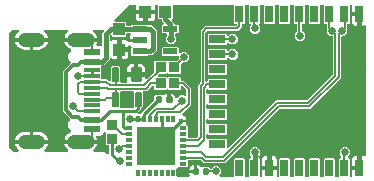
<source format=gbr>
G04 EAGLE Gerber RS-274X export*
G75*
%MOMM*%
%FSLAX34Y34*%
%LPD*%
%INTop Copper*%
%IPPOS*%
%AMOC8*
5,1,8,0,0,1.08239X$1,22.5*%
G01*
%ADD10R,0.300000X0.600000*%
%ADD11R,0.600000X0.300000*%
%ADD12R,3.300000X3.300000*%
%ADD13R,0.435000X0.435000*%
%ADD14R,1.450000X0.600000*%
%ADD15R,1.450000X0.300000*%
%ADD16C,1.158000*%
%ADD17R,1.200000X0.550000*%
%ADD18R,1.000000X1.100000*%
%ADD19R,1.100000X1.000000*%
%ADD20R,0.900000X0.850000*%
%ADD21R,0.711200X1.422400*%
%ADD22R,1.422400X0.711200*%
%ADD23C,0.247500*%
%ADD24C,0.147500*%
%ADD25R,0.850000X0.900000*%
%ADD26C,0.270000*%
%ADD27C,0.200000*%
%ADD28C,0.656400*%
%ADD29C,0.254000*%
%ADD30C,0.304800*%
%ADD31C,0.406400*%

G36*
X188316Y25572D02*
X188316Y25572D01*
X188425Y25571D01*
X188456Y25579D01*
X188488Y25581D01*
X188591Y25617D01*
X188696Y25646D01*
X188724Y25663D01*
X188754Y25674D01*
X188827Y25727D01*
X188936Y25794D01*
X188969Y25830D01*
X189003Y25855D01*
X229165Y66017D01*
X254751Y66017D01*
X254846Y66030D01*
X254942Y66035D01*
X254985Y66050D01*
X255030Y66057D01*
X255117Y66096D01*
X255208Y66128D01*
X255243Y66153D01*
X255287Y66173D01*
X255384Y66256D01*
X255457Y66309D01*
X276691Y87543D01*
X276748Y87619D01*
X276813Y87691D01*
X276833Y87732D01*
X276860Y87768D01*
X276894Y87858D01*
X276936Y87945D01*
X276942Y87987D01*
X276959Y88032D01*
X276969Y88160D01*
X276983Y88249D01*
X276983Y119702D01*
X276974Y119766D01*
X276975Y119830D01*
X276954Y119905D01*
X276943Y119981D01*
X276917Y120040D01*
X276900Y120102D01*
X276859Y120168D01*
X276827Y120238D01*
X276785Y120287D01*
X276752Y120342D01*
X276694Y120394D01*
X276644Y120452D01*
X276590Y120488D01*
X276542Y120531D01*
X276473Y120564D01*
X276408Y120607D01*
X276346Y120626D01*
X276289Y120654D01*
X276219Y120665D01*
X276138Y120689D01*
X276053Y120690D01*
X275984Y120701D01*
X274219Y120701D01*
X271701Y123219D01*
X271701Y126784D01*
X271748Y126847D01*
X271813Y126918D01*
X271833Y126959D01*
X271860Y126996D01*
X271894Y127086D01*
X271936Y127172D01*
X271942Y127214D01*
X271959Y127259D01*
X271969Y127387D01*
X271983Y127477D01*
X271983Y130033D01*
X271974Y130097D01*
X271975Y130161D01*
X271954Y130236D01*
X271943Y130312D01*
X271917Y130371D01*
X271900Y130433D01*
X271859Y130499D01*
X271827Y130569D01*
X271785Y130618D01*
X271752Y130673D01*
X271694Y130725D01*
X271644Y130784D01*
X271590Y130819D01*
X271542Y130862D01*
X271473Y130896D01*
X271408Y130938D01*
X271346Y130957D01*
X271289Y130985D01*
X271219Y130996D01*
X271138Y131021D01*
X271053Y131022D01*
X270984Y131033D01*
X270182Y131033D01*
X269586Y131628D01*
X269586Y146238D01*
X269577Y146302D01*
X269578Y146366D01*
X269557Y146441D01*
X269546Y146517D01*
X269520Y146576D01*
X269503Y146638D01*
X269462Y146704D01*
X269430Y146774D01*
X269388Y146823D01*
X269354Y146878D01*
X269297Y146930D01*
X269247Y146988D01*
X269193Y147024D01*
X269145Y147067D01*
X269076Y147100D01*
X269011Y147143D01*
X268949Y147162D01*
X268891Y147190D01*
X268822Y147201D01*
X268741Y147225D01*
X268656Y147226D01*
X268587Y147237D01*
X267031Y147237D01*
X266967Y147228D01*
X266903Y147229D01*
X266828Y147208D01*
X266752Y147197D01*
X266693Y147171D01*
X266631Y147154D01*
X266565Y147113D01*
X266495Y147081D01*
X266446Y147039D01*
X266391Y147006D01*
X266339Y146948D01*
X266280Y146898D01*
X266245Y146844D01*
X266202Y146796D01*
X266168Y146727D01*
X266126Y146662D01*
X266107Y146600D01*
X266079Y146543D01*
X266068Y146473D01*
X266043Y146392D01*
X266042Y146307D01*
X266031Y146238D01*
X266031Y131628D01*
X265436Y131033D01*
X257482Y131033D01*
X256886Y131628D01*
X256886Y146238D01*
X256877Y146302D01*
X256878Y146366D01*
X256857Y146441D01*
X256846Y146517D01*
X256820Y146576D01*
X256803Y146638D01*
X256762Y146704D01*
X256730Y146774D01*
X256688Y146823D01*
X256654Y146878D01*
X256597Y146930D01*
X256547Y146988D01*
X256493Y147024D01*
X256445Y147067D01*
X256376Y147100D01*
X256311Y147143D01*
X256249Y147162D01*
X256191Y147190D01*
X256122Y147201D01*
X256041Y147225D01*
X255956Y147226D01*
X255887Y147237D01*
X254331Y147237D01*
X254267Y147228D01*
X254203Y147229D01*
X254128Y147208D01*
X254052Y147197D01*
X253993Y147171D01*
X253931Y147154D01*
X253865Y147113D01*
X253795Y147081D01*
X253746Y147039D01*
X253691Y147006D01*
X253639Y146948D01*
X253580Y146898D01*
X253545Y146844D01*
X253502Y146796D01*
X253468Y146727D01*
X253426Y146662D01*
X253407Y146600D01*
X253379Y146543D01*
X253368Y146473D01*
X253343Y146392D01*
X253342Y146307D01*
X253331Y146238D01*
X253331Y131628D01*
X252736Y131033D01*
X251775Y131033D01*
X251711Y131023D01*
X251647Y131024D01*
X251572Y131004D01*
X251496Y130993D01*
X251437Y130966D01*
X251375Y130949D01*
X251309Y130908D01*
X251239Y130876D01*
X251190Y130835D01*
X251135Y130801D01*
X251083Y130743D01*
X251024Y130693D01*
X250989Y130639D01*
X250946Y130592D01*
X250912Y130522D01*
X250870Y130457D01*
X250851Y130396D01*
X250823Y130338D01*
X250812Y130268D01*
X250787Y130187D01*
X250786Y130103D01*
X250775Y130033D01*
X250775Y125718D01*
X250789Y125623D01*
X250794Y125527D01*
X250809Y125484D01*
X250815Y125439D01*
X250855Y125351D01*
X250886Y125260D01*
X250912Y125226D01*
X250932Y125182D01*
X251015Y125084D01*
X251068Y125011D01*
X253299Y122781D01*
X253299Y119219D01*
X250781Y116701D01*
X247219Y116701D01*
X244701Y119219D01*
X244701Y122781D01*
X246449Y124529D01*
X246507Y124605D01*
X246571Y124677D01*
X246591Y124718D01*
X246619Y124754D01*
X246653Y124844D01*
X246694Y124931D01*
X246701Y124973D01*
X246718Y125018D01*
X246728Y125146D01*
X246742Y125235D01*
X246742Y130033D01*
X246733Y130097D01*
X246734Y130161D01*
X246713Y130236D01*
X246702Y130312D01*
X246676Y130371D01*
X246659Y130433D01*
X246618Y130499D01*
X246586Y130569D01*
X246544Y130618D01*
X246510Y130673D01*
X246453Y130725D01*
X246403Y130784D01*
X246349Y130819D01*
X246301Y130862D01*
X246232Y130896D01*
X246167Y130938D01*
X246105Y130957D01*
X246047Y130985D01*
X245978Y130996D01*
X245897Y131021D01*
X245812Y131022D01*
X245743Y131033D01*
X244782Y131033D01*
X244186Y131628D01*
X244186Y146238D01*
X244177Y146302D01*
X244178Y146366D01*
X244157Y146441D01*
X244146Y146517D01*
X244120Y146576D01*
X244103Y146638D01*
X244062Y146704D01*
X244030Y146774D01*
X243988Y146823D01*
X243954Y146878D01*
X243897Y146930D01*
X243847Y146988D01*
X243793Y147024D01*
X243745Y147067D01*
X243676Y147100D01*
X243611Y147143D01*
X243549Y147162D01*
X243491Y147190D01*
X243422Y147201D01*
X243341Y147225D01*
X243256Y147226D01*
X243187Y147237D01*
X241631Y147237D01*
X241567Y147228D01*
X241503Y147229D01*
X241428Y147208D01*
X241352Y147197D01*
X241293Y147171D01*
X241231Y147154D01*
X241165Y147113D01*
X241095Y147081D01*
X241046Y147039D01*
X240991Y147006D01*
X240939Y146948D01*
X240880Y146898D01*
X240845Y146844D01*
X240802Y146796D01*
X240768Y146727D01*
X240726Y146662D01*
X240707Y146600D01*
X240679Y146543D01*
X240668Y146473D01*
X240643Y146392D01*
X240642Y146307D01*
X240631Y146238D01*
X240631Y131628D01*
X240036Y131033D01*
X232082Y131033D01*
X231486Y131628D01*
X231486Y146238D01*
X231477Y146302D01*
X231478Y146366D01*
X231457Y146441D01*
X231446Y146517D01*
X231420Y146576D01*
X231403Y146638D01*
X231362Y146704D01*
X231330Y146774D01*
X231288Y146823D01*
X231254Y146878D01*
X231197Y146930D01*
X231147Y146988D01*
X231093Y147024D01*
X231045Y147067D01*
X230976Y147100D01*
X230911Y147143D01*
X230849Y147162D01*
X230791Y147190D01*
X230722Y147201D01*
X230641Y147225D01*
X230556Y147226D01*
X230487Y147237D01*
X228931Y147237D01*
X228867Y147228D01*
X228803Y147229D01*
X228728Y147208D01*
X228652Y147197D01*
X228593Y147171D01*
X228531Y147154D01*
X228465Y147113D01*
X228395Y147081D01*
X228346Y147039D01*
X228291Y147006D01*
X228239Y146948D01*
X228180Y146898D01*
X228145Y146844D01*
X228102Y146796D01*
X228068Y146727D01*
X228026Y146662D01*
X228007Y146600D01*
X227979Y146543D01*
X227968Y146473D01*
X227943Y146392D01*
X227942Y146307D01*
X227931Y146238D01*
X227931Y131628D01*
X227336Y131033D01*
X219382Y131033D01*
X218786Y131628D01*
X218786Y146238D01*
X218777Y146302D01*
X218778Y146366D01*
X218757Y146441D01*
X218746Y146517D01*
X218720Y146576D01*
X218703Y146638D01*
X218662Y146704D01*
X218630Y146774D01*
X218588Y146823D01*
X218554Y146878D01*
X218497Y146930D01*
X218447Y146988D01*
X218393Y147024D01*
X218345Y147067D01*
X218276Y147100D01*
X218211Y147143D01*
X218149Y147162D01*
X218091Y147190D01*
X218022Y147201D01*
X217941Y147225D01*
X217856Y147226D01*
X217787Y147237D01*
X216231Y147237D01*
X216167Y147228D01*
X216103Y147229D01*
X216028Y147208D01*
X215952Y147197D01*
X215893Y147171D01*
X215831Y147154D01*
X215765Y147113D01*
X215695Y147081D01*
X215646Y147039D01*
X215591Y147006D01*
X215539Y146948D01*
X215480Y146898D01*
X215445Y146844D01*
X215402Y146796D01*
X215368Y146727D01*
X215326Y146662D01*
X215307Y146600D01*
X215279Y146543D01*
X215268Y146473D01*
X215243Y146392D01*
X215242Y146307D01*
X215231Y146238D01*
X215231Y131628D01*
X214548Y130945D01*
X214509Y130893D01*
X214463Y130848D01*
X214425Y130781D01*
X214379Y130719D01*
X214356Y130659D01*
X214324Y130603D01*
X214306Y130528D01*
X214279Y130455D01*
X214274Y130391D01*
X214259Y130328D01*
X214263Y130251D01*
X214257Y130174D01*
X214270Y130111D01*
X214274Y130047D01*
X214299Y129974D01*
X214315Y129898D01*
X214345Y129841D01*
X214366Y129780D01*
X214408Y129724D01*
X214447Y129649D01*
X214507Y129588D01*
X214548Y129531D01*
X215299Y128781D01*
X215299Y125219D01*
X212781Y122701D01*
X209219Y122701D01*
X206701Y125219D01*
X206701Y128781D01*
X207247Y129327D01*
X207267Y129352D01*
X207291Y129373D01*
X207351Y129465D01*
X207417Y129552D01*
X207428Y129582D01*
X207446Y129609D01*
X207478Y129714D01*
X207516Y129816D01*
X207519Y129848D01*
X207528Y129879D01*
X207530Y129988D01*
X207538Y130097D01*
X207531Y130129D01*
X207532Y130161D01*
X207503Y130266D01*
X207480Y130373D01*
X207465Y130402D01*
X207457Y130433D01*
X207399Y130526D01*
X207348Y130622D01*
X207325Y130646D01*
X207308Y130673D01*
X207228Y130746D01*
X207151Y130824D01*
X207123Y130840D01*
X207099Y130862D01*
X207001Y130909D01*
X206906Y130963D01*
X206874Y130971D01*
X206845Y130985D01*
X206756Y130999D01*
X206703Y131012D01*
X206086Y131628D01*
X206086Y146238D01*
X206077Y146302D01*
X206078Y146366D01*
X206057Y146441D01*
X206046Y146517D01*
X206020Y146576D01*
X206003Y146638D01*
X205962Y146704D01*
X205930Y146774D01*
X205888Y146823D01*
X205854Y146878D01*
X205797Y146930D01*
X205747Y146988D01*
X205693Y147024D01*
X205645Y147067D01*
X205576Y147100D01*
X205511Y147143D01*
X205449Y147162D01*
X205391Y147190D01*
X205322Y147201D01*
X205241Y147225D01*
X205156Y147226D01*
X205087Y147237D01*
X203531Y147237D01*
X203467Y147228D01*
X203403Y147229D01*
X203328Y147208D01*
X203252Y147197D01*
X203193Y147171D01*
X203131Y147154D01*
X203065Y147113D01*
X202995Y147081D01*
X202946Y147039D01*
X202891Y147006D01*
X202839Y146948D01*
X202780Y146898D01*
X202745Y146844D01*
X202702Y146796D01*
X202668Y146727D01*
X202626Y146662D01*
X202607Y146600D01*
X202579Y146543D01*
X202568Y146473D01*
X202543Y146392D01*
X202542Y146307D01*
X202531Y146238D01*
X202531Y131628D01*
X201936Y131033D01*
X200975Y131033D01*
X200911Y131023D01*
X200847Y131024D01*
X200772Y131004D01*
X200696Y130993D01*
X200637Y130966D01*
X200575Y130949D01*
X200509Y130908D01*
X200439Y130876D01*
X200390Y130835D01*
X200335Y130801D01*
X200283Y130743D01*
X200224Y130693D01*
X200189Y130639D01*
X200146Y130592D01*
X200112Y130522D01*
X200070Y130457D01*
X200051Y130396D01*
X200023Y130338D01*
X200012Y130268D01*
X199987Y130187D01*
X199986Y130103D01*
X199975Y130033D01*
X199975Y128123D01*
X196835Y124983D01*
X171249Y124983D01*
X171154Y124970D01*
X171058Y124965D01*
X171015Y124950D01*
X170970Y124943D01*
X170883Y124904D01*
X170792Y124872D01*
X170757Y124847D01*
X170713Y124827D01*
X170616Y124744D01*
X170543Y124691D01*
X169309Y123457D01*
X169252Y123381D01*
X169187Y123309D01*
X169167Y123268D01*
X169140Y123232D01*
X169106Y123142D01*
X169064Y123055D01*
X169058Y123013D01*
X169041Y122968D01*
X169031Y122840D01*
X169017Y122751D01*
X169017Y82857D01*
X169026Y82794D01*
X169025Y82729D01*
X169046Y82655D01*
X169057Y82578D01*
X169083Y82520D01*
X169100Y82458D01*
X169141Y82392D01*
X169173Y82321D01*
X169215Y82272D01*
X169248Y82218D01*
X169306Y82166D01*
X169356Y82107D01*
X169410Y82072D01*
X169458Y82029D01*
X169527Y81995D01*
X169592Y81952D01*
X169654Y81934D01*
X169711Y81906D01*
X169781Y81895D01*
X169862Y81870D01*
X169947Y81869D01*
X170016Y81858D01*
X170041Y81858D01*
X170102Y81867D01*
X170144Y81866D01*
X170145Y81867D01*
X170169Y81866D01*
X170243Y81887D01*
X170320Y81898D01*
X170378Y81924D01*
X170440Y81941D01*
X170506Y81982D01*
X170577Y82014D01*
X170626Y82056D01*
X170680Y82090D01*
X170732Y82147D01*
X170791Y82197D01*
X170826Y82251D01*
X170869Y82299D01*
X170903Y82368D01*
X170946Y82433D01*
X170964Y82495D01*
X170992Y82553D01*
X171003Y82622D01*
X171028Y82703D01*
X171029Y82788D01*
X171040Y82857D01*
X171040Y83818D01*
X171636Y84414D01*
X186702Y84414D01*
X187297Y83818D01*
X187297Y75864D01*
X186702Y75269D01*
X171611Y75269D01*
X171591Y75287D01*
X171551Y75306D01*
X171513Y75335D01*
X171483Y75346D01*
X171456Y75364D01*
X171391Y75384D01*
X171338Y75410D01*
X171298Y75416D01*
X171249Y75434D01*
X171217Y75437D01*
X171186Y75446D01*
X171095Y75448D01*
X171033Y75457D01*
X171032Y75457D01*
X171005Y75453D01*
X170968Y75456D01*
X170936Y75450D01*
X170904Y75450D01*
X170822Y75427D01*
X170753Y75417D01*
X170728Y75406D01*
X170692Y75399D01*
X170663Y75383D01*
X170632Y75375D01*
X170560Y75330D01*
X170496Y75301D01*
X170475Y75283D01*
X170443Y75266D01*
X170420Y75244D01*
X170392Y75227D01*
X170336Y75165D01*
X170282Y75118D01*
X170266Y75094D01*
X170241Y75069D01*
X170225Y75041D01*
X170203Y75017D01*
X170168Y74944D01*
X170127Y74882D01*
X170118Y74853D01*
X170102Y74824D01*
X170094Y74793D01*
X170080Y74764D01*
X170069Y74692D01*
X170045Y74612D01*
X170044Y74581D01*
X170037Y74550D01*
X170039Y74501D01*
X170033Y74459D01*
X170033Y72523D01*
X170037Y72492D01*
X170035Y72459D01*
X170057Y72352D01*
X170073Y72244D01*
X170086Y72215D01*
X170092Y72183D01*
X170144Y72087D01*
X170189Y71987D01*
X170210Y71963D01*
X170225Y71934D01*
X170301Y71856D01*
X170372Y71773D01*
X170399Y71755D01*
X170422Y71732D01*
X170517Y71679D01*
X170608Y71619D01*
X170639Y71609D01*
X170667Y71593D01*
X170774Y71568D01*
X170878Y71536D01*
X170910Y71536D01*
X170942Y71528D01*
X171051Y71534D01*
X171160Y71532D01*
X171191Y71541D01*
X171223Y71543D01*
X171326Y71578D01*
X171432Y71608D01*
X171459Y71625D01*
X171490Y71635D01*
X171563Y71689D01*
X171604Y71714D01*
X186702Y71714D01*
X187297Y71118D01*
X187297Y63164D01*
X186702Y62569D01*
X171602Y62569D01*
X171600Y62569D01*
X171513Y62635D01*
X171483Y62646D01*
X171456Y62664D01*
X171351Y62696D01*
X171249Y62734D01*
X171217Y62737D01*
X171186Y62746D01*
X171077Y62748D01*
X170968Y62756D01*
X170936Y62750D01*
X170904Y62750D01*
X170799Y62721D01*
X170692Y62699D01*
X170663Y62683D01*
X170632Y62675D01*
X170539Y62617D01*
X170443Y62566D01*
X170420Y62544D01*
X170392Y62527D01*
X170319Y62446D01*
X170241Y62369D01*
X170225Y62341D01*
X170203Y62317D01*
X170156Y62219D01*
X170102Y62124D01*
X170094Y62093D01*
X170080Y62064D01*
X170066Y61974D01*
X170037Y61850D01*
X170039Y61801D01*
X170033Y61759D01*
X170033Y59823D01*
X170037Y59792D01*
X170035Y59759D01*
X170057Y59652D01*
X170073Y59544D01*
X170086Y59515D01*
X170092Y59483D01*
X170144Y59387D01*
X170189Y59287D01*
X170210Y59263D01*
X170225Y59234D01*
X170301Y59156D01*
X170372Y59073D01*
X170399Y59055D01*
X170422Y59032D01*
X170517Y58979D01*
X170608Y58919D01*
X170639Y58909D01*
X170667Y58893D01*
X170774Y58868D01*
X170878Y58836D01*
X170910Y58836D01*
X170942Y58828D01*
X171051Y58834D01*
X171160Y58832D01*
X171191Y58841D01*
X171223Y58843D01*
X171326Y58878D01*
X171432Y58908D01*
X171459Y58925D01*
X171490Y58935D01*
X171563Y58989D01*
X171604Y59014D01*
X186702Y59014D01*
X187297Y58418D01*
X187297Y50464D01*
X186702Y49869D01*
X171602Y49869D01*
X171600Y49869D01*
X171513Y49935D01*
X171483Y49946D01*
X171456Y49964D01*
X171351Y49996D01*
X171249Y50034D01*
X171217Y50037D01*
X171186Y50046D01*
X171077Y50048D01*
X170968Y50056D01*
X170936Y50050D01*
X170904Y50050D01*
X170799Y50021D01*
X170692Y49999D01*
X170663Y49983D01*
X170632Y49975D01*
X170539Y49917D01*
X170443Y49866D01*
X170420Y49844D01*
X170392Y49827D01*
X170319Y49746D01*
X170241Y49669D01*
X170225Y49641D01*
X170203Y49617D01*
X170156Y49519D01*
X170102Y49424D01*
X170094Y49393D01*
X170080Y49364D01*
X170066Y49274D01*
X170037Y49150D01*
X170039Y49101D01*
X170033Y49059D01*
X170033Y47123D01*
X170037Y47092D01*
X170035Y47059D01*
X170057Y46952D01*
X170073Y46844D01*
X170086Y46815D01*
X170092Y46783D01*
X170144Y46687D01*
X170189Y46587D01*
X170210Y46563D01*
X170225Y46534D01*
X170301Y46456D01*
X170372Y46373D01*
X170399Y46355D01*
X170422Y46332D01*
X170517Y46279D01*
X170608Y46219D01*
X170639Y46209D01*
X170667Y46193D01*
X170774Y46168D01*
X170878Y46136D01*
X170910Y46136D01*
X170942Y46128D01*
X171051Y46134D01*
X171160Y46132D01*
X171191Y46141D01*
X171223Y46143D01*
X171326Y46178D01*
X171432Y46208D01*
X171459Y46225D01*
X171490Y46235D01*
X171563Y46289D01*
X171604Y46314D01*
X186702Y46314D01*
X187297Y45718D01*
X187297Y37764D01*
X186702Y37169D01*
X171602Y37169D01*
X171600Y37169D01*
X171513Y37235D01*
X171483Y37246D01*
X171456Y37264D01*
X171351Y37296D01*
X171249Y37334D01*
X171217Y37337D01*
X171186Y37346D01*
X171077Y37348D01*
X170968Y37356D01*
X170936Y37350D01*
X170904Y37350D01*
X170799Y37321D01*
X170692Y37299D01*
X170663Y37283D01*
X170632Y37275D01*
X170539Y37217D01*
X170443Y37166D01*
X170420Y37144D01*
X170392Y37127D01*
X170319Y37046D01*
X170241Y36969D01*
X170225Y36941D01*
X170203Y36917D01*
X170156Y36819D01*
X170102Y36724D01*
X170094Y36693D01*
X170080Y36664D01*
X170066Y36574D01*
X170037Y36450D01*
X170039Y36401D01*
X170033Y36359D01*
X170033Y34423D01*
X170037Y34392D01*
X170035Y34359D01*
X170057Y34252D01*
X170073Y34144D01*
X170086Y34115D01*
X170092Y34083D01*
X170144Y33987D01*
X170189Y33887D01*
X170210Y33863D01*
X170225Y33834D01*
X170301Y33756D01*
X170372Y33673D01*
X170399Y33655D01*
X170422Y33632D01*
X170517Y33579D01*
X170608Y33519D01*
X170639Y33509D01*
X170667Y33493D01*
X170774Y33468D01*
X170878Y33436D01*
X170910Y33436D01*
X170942Y33428D01*
X171051Y33434D01*
X171160Y33432D01*
X171191Y33441D01*
X171223Y33443D01*
X171326Y33478D01*
X171432Y33508D01*
X171459Y33525D01*
X171490Y33535D01*
X171563Y33589D01*
X171604Y33614D01*
X186702Y33614D01*
X187297Y33018D01*
X187297Y26562D01*
X187302Y26530D01*
X187300Y26498D01*
X187322Y26391D01*
X187337Y26283D01*
X187351Y26253D01*
X187357Y26222D01*
X187409Y26125D01*
X187454Y26026D01*
X187474Y26001D01*
X187490Y25973D01*
X187566Y25894D01*
X187637Y25812D01*
X187664Y25794D01*
X187686Y25771D01*
X187781Y25717D01*
X187873Y25657D01*
X187904Y25648D01*
X187932Y25632D01*
X188038Y25607D01*
X188143Y25575D01*
X188175Y25574D01*
X188206Y25567D01*
X188316Y25572D01*
G37*
G36*
X154813Y1520D02*
X154813Y1520D01*
X154867Y1518D01*
X154952Y1540D01*
X155039Y1553D01*
X155088Y1575D01*
X155140Y1588D01*
X155216Y1632D01*
X155296Y1669D01*
X155337Y1704D01*
X155383Y1731D01*
X155444Y1795D01*
X155510Y1852D01*
X155540Y1897D01*
X155577Y1936D01*
X155617Y2014D01*
X155665Y2088D01*
X155681Y2139D01*
X155705Y2187D01*
X155722Y2274D01*
X155747Y2358D01*
X155748Y2411D01*
X155758Y2464D01*
X155750Y2542D01*
X155751Y2640D01*
X155732Y2710D01*
X155725Y2771D01*
X155439Y3838D01*
X155439Y4651D01*
X160330Y4651D01*
X160393Y4660D01*
X160458Y4659D01*
X160532Y4680D01*
X160609Y4691D01*
X160667Y4717D01*
X160729Y4734D01*
X160795Y4775D01*
X160866Y4807D01*
X160915Y4848D01*
X160969Y4882D01*
X161021Y4940D01*
X161080Y4990D01*
X161115Y5044D01*
X161158Y5092D01*
X161192Y5161D01*
X161235Y5226D01*
X161253Y5288D01*
X161281Y5345D01*
X161288Y5388D01*
X161309Y5391D01*
X161368Y5417D01*
X161430Y5434D01*
X161496Y5475D01*
X161566Y5507D01*
X161615Y5549D01*
X161670Y5583D01*
X161722Y5640D01*
X161780Y5690D01*
X161816Y5744D01*
X161859Y5792D01*
X161892Y5861D01*
X161935Y5926D01*
X161954Y5988D01*
X161982Y6046D01*
X161993Y6115D01*
X162017Y6196D01*
X162018Y6281D01*
X162029Y6350D01*
X162029Y11541D01*
X162542Y11541D01*
X163532Y11276D01*
X164419Y10763D01*
X165143Y10039D01*
X165176Y9982D01*
X165209Y9940D01*
X165234Y9893D01*
X165260Y9867D01*
X165260Y9866D01*
X165261Y9865D01*
X165296Y9829D01*
X165350Y9760D01*
X165394Y9729D01*
X165431Y9691D01*
X165508Y9647D01*
X165579Y9596D01*
X165630Y9578D01*
X165677Y9552D01*
X165762Y9531D01*
X165845Y9502D01*
X165899Y9499D01*
X165951Y9487D01*
X166039Y9491D01*
X166127Y9486D01*
X166179Y9498D01*
X166233Y9501D01*
X166316Y9530D01*
X166402Y9550D01*
X166448Y9576D01*
X166499Y9593D01*
X166562Y9640D01*
X166648Y9687D01*
X166698Y9739D01*
X166748Y9775D01*
X166990Y10017D01*
X171650Y10017D01*
X173087Y8580D01*
X173139Y8541D01*
X173184Y8495D01*
X173251Y8457D01*
X173313Y8410D01*
X173373Y8388D01*
X173429Y8356D01*
X173504Y8338D01*
X173577Y8311D01*
X173641Y8306D01*
X173703Y8291D01*
X173781Y8295D01*
X173858Y8289D01*
X173921Y8302D01*
X173985Y8306D01*
X174058Y8331D01*
X174134Y8347D01*
X174191Y8377D01*
X174251Y8398D01*
X174308Y8439D01*
X174383Y8479D01*
X174444Y8538D01*
X174500Y8580D01*
X176219Y10299D01*
X179781Y10299D01*
X182299Y7781D01*
X182299Y4219D01*
X181298Y3219D01*
X181279Y3193D01*
X181254Y3172D01*
X181194Y3080D01*
X181129Y2993D01*
X181117Y2963D01*
X181100Y2936D01*
X181068Y2831D01*
X181029Y2729D01*
X181027Y2697D01*
X181017Y2666D01*
X181016Y2557D01*
X181007Y2448D01*
X181014Y2416D01*
X181013Y2384D01*
X181043Y2279D01*
X181065Y2172D01*
X181080Y2143D01*
X181089Y2112D01*
X181146Y2019D01*
X181197Y1923D01*
X181220Y1900D01*
X181237Y1872D01*
X181318Y1799D01*
X181394Y1721D01*
X181422Y1705D01*
X181446Y1683D01*
X181544Y1636D01*
X181639Y1582D01*
X181671Y1574D01*
X181700Y1560D01*
X181789Y1546D01*
X181914Y1517D01*
X181962Y1519D01*
X182004Y1513D01*
X192387Y1513D01*
X192450Y1522D01*
X192515Y1521D01*
X192589Y1542D01*
X192666Y1553D01*
X192724Y1579D01*
X192786Y1596D01*
X192852Y1637D01*
X192923Y1669D01*
X192972Y1711D01*
X193026Y1744D01*
X193078Y1802D01*
X193137Y1852D01*
X193172Y1906D01*
X193215Y1954D01*
X193249Y2023D01*
X193292Y2088D01*
X193310Y2150D01*
X193338Y2207D01*
X193349Y2277D01*
X193374Y2358D01*
X193375Y2443D01*
X193386Y2512D01*
X193386Y16724D01*
X193982Y17320D01*
X201936Y17320D01*
X202531Y16724D01*
X202531Y2512D01*
X202541Y2448D01*
X202540Y2384D01*
X202560Y2309D01*
X202571Y2233D01*
X202598Y2174D01*
X202615Y2112D01*
X202656Y2046D01*
X202688Y1976D01*
X202729Y1927D01*
X202763Y1872D01*
X202821Y1820D01*
X202871Y1762D01*
X202925Y1726D01*
X202972Y1683D01*
X203042Y1650D01*
X203107Y1607D01*
X203168Y1588D01*
X203226Y1560D01*
X203296Y1549D01*
X203377Y1525D01*
X203461Y1524D01*
X203531Y1513D01*
X205087Y1513D01*
X205150Y1522D01*
X205215Y1521D01*
X205289Y1542D01*
X205366Y1553D01*
X205424Y1579D01*
X205486Y1596D01*
X205552Y1637D01*
X205623Y1669D01*
X205672Y1711D01*
X205726Y1744D01*
X205778Y1802D01*
X205837Y1852D01*
X205872Y1906D01*
X205915Y1954D01*
X205949Y2023D01*
X205992Y2088D01*
X206010Y2150D01*
X206038Y2207D01*
X206049Y2277D01*
X206074Y2358D01*
X206075Y2443D01*
X206086Y2512D01*
X206086Y16724D01*
X206682Y17320D01*
X206952Y17320D01*
X207016Y17329D01*
X207080Y17328D01*
X207155Y17349D01*
X207231Y17360D01*
X207290Y17386D01*
X207352Y17403D01*
X207418Y17444D01*
X207488Y17476D01*
X207537Y17518D01*
X207592Y17552D01*
X207644Y17609D01*
X207702Y17659D01*
X207738Y17713D01*
X207781Y17761D01*
X207814Y17830D01*
X207857Y17895D01*
X207876Y17957D01*
X207904Y18015D01*
X207915Y18084D01*
X207939Y18165D01*
X207940Y18250D01*
X207951Y18319D01*
X207951Y18555D01*
X207943Y18614D01*
X207943Y18628D01*
X207939Y18644D01*
X207938Y18650D01*
X207933Y18747D01*
X207918Y18790D01*
X207911Y18835D01*
X207872Y18922D01*
X207840Y19013D01*
X207815Y19047D01*
X207795Y19092D01*
X207712Y19189D01*
X207659Y19262D01*
X206701Y20219D01*
X206701Y23781D01*
X209219Y26299D01*
X212781Y26299D01*
X215299Y23781D01*
X215299Y20219D01*
X214341Y19262D01*
X214284Y19185D01*
X214219Y19114D01*
X214199Y19073D01*
X214172Y19036D01*
X214138Y18946D01*
X214096Y18860D01*
X214090Y18818D01*
X214073Y18773D01*
X214064Y18666D01*
X214061Y18654D01*
X214060Y18630D01*
X214049Y18555D01*
X214049Y18319D01*
X214058Y18256D01*
X214057Y18191D01*
X214068Y18152D01*
X214069Y18128D01*
X214081Y18094D01*
X214089Y18040D01*
X214115Y17982D01*
X214132Y17920D01*
X214153Y17885D01*
X214161Y17862D01*
X214182Y17834D01*
X214205Y17783D01*
X214247Y17734D01*
X214280Y17680D01*
X214322Y17642D01*
X214343Y17613D01*
X215231Y16724D01*
X215231Y2512D01*
X215241Y2448D01*
X215240Y2384D01*
X215260Y2309D01*
X215271Y2233D01*
X215298Y2174D01*
X215315Y2112D01*
X215356Y2046D01*
X215388Y1976D01*
X215429Y1927D01*
X215463Y1872D01*
X215521Y1820D01*
X215571Y1762D01*
X215625Y1726D01*
X215672Y1683D01*
X215742Y1650D01*
X215807Y1607D01*
X215868Y1588D01*
X215926Y1560D01*
X215996Y1549D01*
X216077Y1525D01*
X216161Y1524D01*
X216231Y1513D01*
X216263Y1513D01*
X216324Y1521D01*
X216359Y1521D01*
X216360Y1521D01*
X216391Y1521D01*
X216465Y1542D01*
X216542Y1553D01*
X216600Y1579D01*
X216662Y1596D01*
X216728Y1637D01*
X216799Y1669D01*
X216848Y1711D01*
X216902Y1744D01*
X216954Y1802D01*
X217013Y1852D01*
X217048Y1906D01*
X217091Y1954D01*
X217125Y2023D01*
X217168Y2088D01*
X217186Y2150D01*
X217214Y2207D01*
X217225Y2277D01*
X217250Y2358D01*
X217251Y2443D01*
X217262Y2512D01*
X217262Y7414D01*
X222581Y7414D01*
X222644Y7423D01*
X222708Y7422D01*
X222783Y7443D01*
X222860Y7454D01*
X222918Y7480D01*
X222980Y7497D01*
X223046Y7538D01*
X223117Y7570D01*
X223165Y7612D01*
X223220Y7646D01*
X223272Y7703D01*
X223331Y7753D01*
X223357Y7793D01*
X223369Y7774D01*
X223427Y7722D01*
X223477Y7663D01*
X223531Y7628D01*
X223579Y7585D01*
X223648Y7551D01*
X223713Y7508D01*
X223775Y7490D01*
X223832Y7462D01*
X223902Y7451D01*
X223983Y7426D01*
X224068Y7425D01*
X224137Y7414D01*
X229455Y7414D01*
X229455Y2512D01*
X229465Y2448D01*
X229464Y2384D01*
X229484Y2309D01*
X229495Y2233D01*
X229522Y2174D01*
X229539Y2112D01*
X229580Y2046D01*
X229612Y1976D01*
X229653Y1927D01*
X229687Y1872D01*
X229745Y1820D01*
X229795Y1762D01*
X229849Y1726D01*
X229896Y1683D01*
X229966Y1650D01*
X230031Y1607D01*
X230092Y1588D01*
X230150Y1560D01*
X230220Y1549D01*
X230301Y1525D01*
X230385Y1524D01*
X230455Y1513D01*
X230487Y1513D01*
X230548Y1521D01*
X230583Y1521D01*
X230584Y1521D01*
X230615Y1521D01*
X230689Y1542D01*
X230766Y1553D01*
X230824Y1579D01*
X230886Y1596D01*
X230952Y1637D01*
X231023Y1669D01*
X231072Y1711D01*
X231126Y1744D01*
X231178Y1802D01*
X231237Y1852D01*
X231272Y1906D01*
X231315Y1954D01*
X231349Y2023D01*
X231392Y2088D01*
X231410Y2150D01*
X231438Y2207D01*
X231449Y2277D01*
X231474Y2358D01*
X231475Y2443D01*
X231486Y2512D01*
X231486Y16724D01*
X232082Y17320D01*
X240036Y17320D01*
X240631Y16724D01*
X240631Y2512D01*
X240641Y2448D01*
X240640Y2384D01*
X240660Y2309D01*
X240671Y2233D01*
X240698Y2174D01*
X240715Y2112D01*
X240756Y2046D01*
X240788Y1976D01*
X240829Y1927D01*
X240863Y1872D01*
X240921Y1820D01*
X240971Y1762D01*
X241025Y1726D01*
X241072Y1683D01*
X241142Y1650D01*
X241207Y1607D01*
X241268Y1588D01*
X241326Y1560D01*
X241396Y1549D01*
X241477Y1525D01*
X241561Y1524D01*
X241631Y1513D01*
X243187Y1513D01*
X243250Y1522D01*
X243315Y1521D01*
X243389Y1542D01*
X243466Y1553D01*
X243524Y1579D01*
X243586Y1596D01*
X243652Y1637D01*
X243723Y1669D01*
X243772Y1711D01*
X243826Y1744D01*
X243878Y1802D01*
X243937Y1852D01*
X243972Y1906D01*
X244015Y1954D01*
X244049Y2023D01*
X244092Y2088D01*
X244110Y2150D01*
X244138Y2207D01*
X244149Y2277D01*
X244174Y2358D01*
X244175Y2443D01*
X244186Y2512D01*
X244186Y16724D01*
X244782Y17320D01*
X252736Y17320D01*
X253331Y16724D01*
X253331Y2512D01*
X253341Y2448D01*
X253340Y2384D01*
X253360Y2309D01*
X253371Y2233D01*
X253398Y2174D01*
X253415Y2112D01*
X253456Y2046D01*
X253488Y1976D01*
X253529Y1927D01*
X253563Y1872D01*
X253621Y1820D01*
X253671Y1762D01*
X253725Y1726D01*
X253772Y1683D01*
X253842Y1650D01*
X253907Y1607D01*
X253968Y1588D01*
X254026Y1560D01*
X254096Y1549D01*
X254177Y1525D01*
X254261Y1524D01*
X254331Y1513D01*
X255887Y1513D01*
X255950Y1522D01*
X256015Y1521D01*
X256089Y1542D01*
X256166Y1553D01*
X256224Y1579D01*
X256286Y1596D01*
X256352Y1637D01*
X256423Y1669D01*
X256472Y1711D01*
X256526Y1744D01*
X256578Y1802D01*
X256637Y1852D01*
X256672Y1906D01*
X256715Y1954D01*
X256749Y2023D01*
X256792Y2088D01*
X256810Y2150D01*
X256838Y2207D01*
X256849Y2277D01*
X256874Y2358D01*
X256875Y2443D01*
X256886Y2512D01*
X256886Y16724D01*
X257482Y17320D01*
X265436Y17320D01*
X266031Y16724D01*
X266031Y2512D01*
X266041Y2448D01*
X266040Y2384D01*
X266060Y2309D01*
X266071Y2233D01*
X266098Y2174D01*
X266115Y2112D01*
X266156Y2046D01*
X266188Y1976D01*
X266229Y1927D01*
X266263Y1872D01*
X266321Y1820D01*
X266371Y1762D01*
X266425Y1726D01*
X266472Y1683D01*
X266542Y1650D01*
X266607Y1607D01*
X266668Y1588D01*
X266726Y1560D01*
X266796Y1549D01*
X266877Y1525D01*
X266961Y1524D01*
X267031Y1513D01*
X268587Y1513D01*
X268650Y1522D01*
X268715Y1521D01*
X268789Y1542D01*
X268866Y1553D01*
X268924Y1579D01*
X268986Y1596D01*
X269052Y1637D01*
X269123Y1669D01*
X269172Y1711D01*
X269226Y1744D01*
X269278Y1802D01*
X269337Y1852D01*
X269372Y1906D01*
X269415Y1954D01*
X269449Y2023D01*
X269492Y2088D01*
X269510Y2150D01*
X269538Y2207D01*
X269549Y2277D01*
X269574Y2358D01*
X269575Y2443D01*
X269586Y2512D01*
X269586Y16724D01*
X270182Y17320D01*
X278136Y17320D01*
X278731Y16724D01*
X278731Y2512D01*
X278741Y2448D01*
X278740Y2384D01*
X278760Y2309D01*
X278771Y2233D01*
X278798Y2174D01*
X278815Y2112D01*
X278856Y2046D01*
X278888Y1976D01*
X278929Y1927D01*
X278963Y1872D01*
X279021Y1820D01*
X279071Y1762D01*
X279125Y1726D01*
X279172Y1683D01*
X279242Y1650D01*
X279307Y1607D01*
X279368Y1588D01*
X279426Y1560D01*
X279496Y1549D01*
X279577Y1525D01*
X279661Y1524D01*
X279731Y1513D01*
X281287Y1513D01*
X281350Y1522D01*
X281415Y1521D01*
X281489Y1542D01*
X281566Y1553D01*
X281624Y1579D01*
X281686Y1596D01*
X281752Y1637D01*
X281823Y1669D01*
X281872Y1711D01*
X281926Y1744D01*
X281978Y1802D01*
X282037Y1852D01*
X282072Y1906D01*
X282115Y1954D01*
X282149Y2023D01*
X282192Y2088D01*
X282210Y2150D01*
X282238Y2207D01*
X282249Y2277D01*
X282274Y2358D01*
X282275Y2443D01*
X282286Y2512D01*
X282286Y16724D01*
X282882Y17320D01*
X283188Y17320D01*
X283220Y17325D01*
X283252Y17322D01*
X283359Y17344D01*
X283468Y17360D01*
X283497Y17373D01*
X283528Y17380D01*
X283625Y17431D01*
X283724Y17476D01*
X283749Y17497D01*
X283777Y17512D01*
X283856Y17588D01*
X283939Y17659D01*
X283956Y17686D01*
X283979Y17709D01*
X284033Y17804D01*
X284093Y17895D01*
X284103Y17926D01*
X284119Y17954D01*
X284144Y18061D01*
X284176Y18165D01*
X284176Y18197D01*
X284183Y18229D01*
X284178Y18338D01*
X284179Y18447D01*
X284171Y18478D01*
X284169Y18510D01*
X284133Y18613D01*
X284104Y18719D01*
X284087Y18746D01*
X284077Y18777D01*
X284023Y18850D01*
X283956Y18959D01*
X283920Y18991D01*
X283895Y19026D01*
X282701Y20219D01*
X282701Y23781D01*
X285219Y26299D01*
X288781Y26299D01*
X291299Y23781D01*
X291299Y20219D01*
X290105Y19026D01*
X290086Y19000D01*
X290061Y18979D01*
X290001Y18887D01*
X289936Y18800D01*
X289925Y18770D01*
X289907Y18743D01*
X289875Y18638D01*
X289836Y18536D01*
X289834Y18504D01*
X289824Y18473D01*
X289823Y18364D01*
X289815Y18255D01*
X289821Y18224D01*
X289821Y18191D01*
X289850Y18086D01*
X289872Y17979D01*
X289887Y17951D01*
X289896Y17920D01*
X289953Y17827D01*
X290005Y17730D01*
X290027Y17707D01*
X290044Y17680D01*
X290125Y17606D01*
X290201Y17528D01*
X290229Y17512D01*
X290253Y17491D01*
X290352Y17443D01*
X290447Y17389D01*
X290478Y17382D01*
X290507Y17368D01*
X290596Y17354D01*
X290721Y17324D01*
X290770Y17327D01*
X290812Y17320D01*
X290836Y17320D01*
X291431Y16724D01*
X291431Y2512D01*
X291441Y2448D01*
X291440Y2384D01*
X291460Y2309D01*
X291471Y2233D01*
X291498Y2174D01*
X291515Y2112D01*
X291556Y2046D01*
X291588Y1976D01*
X291629Y1927D01*
X291663Y1872D01*
X291721Y1820D01*
X291771Y1762D01*
X291825Y1726D01*
X291872Y1683D01*
X291942Y1650D01*
X292007Y1607D01*
X292068Y1588D01*
X292126Y1560D01*
X292196Y1549D01*
X292277Y1525D01*
X292361Y1524D01*
X292431Y1513D01*
X292463Y1513D01*
X292524Y1521D01*
X292559Y1521D01*
X292560Y1521D01*
X292591Y1521D01*
X292665Y1542D01*
X292742Y1553D01*
X292800Y1579D01*
X292862Y1596D01*
X292928Y1637D01*
X292999Y1669D01*
X293048Y1711D01*
X293102Y1744D01*
X293154Y1802D01*
X293213Y1852D01*
X293248Y1906D01*
X293291Y1954D01*
X293325Y2023D01*
X293368Y2088D01*
X293386Y2150D01*
X293414Y2207D01*
X293425Y2277D01*
X293450Y2358D01*
X293451Y2443D01*
X293462Y2512D01*
X293462Y7414D01*
X298781Y7414D01*
X298844Y7423D01*
X298908Y7422D01*
X298983Y7443D01*
X299060Y7454D01*
X299118Y7480D01*
X299180Y7497D01*
X299246Y7538D01*
X299317Y7570D01*
X299365Y7612D01*
X299420Y7646D01*
X299472Y7703D01*
X299531Y7753D01*
X299566Y7807D01*
X299609Y7855D01*
X299643Y7924D01*
X299685Y7989D01*
X299704Y8051D01*
X299732Y8109D01*
X299743Y8178D01*
X299768Y8259D01*
X299769Y8344D01*
X299780Y8413D01*
X299780Y8970D01*
X300337Y8970D01*
X300400Y8979D01*
X300465Y8978D01*
X300539Y8999D01*
X300616Y9010D01*
X300674Y9036D01*
X300736Y9054D01*
X300802Y9094D01*
X300873Y9126D01*
X300922Y9168D01*
X300976Y9202D01*
X301028Y9259D01*
X301087Y9310D01*
X301122Y9363D01*
X301165Y9411D01*
X301199Y9481D01*
X301242Y9546D01*
X301260Y9607D01*
X301288Y9665D01*
X301299Y9734D01*
X301324Y9815D01*
X301325Y9900D01*
X301336Y9969D01*
X301336Y18844D01*
X303449Y18844D01*
X303479Y18836D01*
X303533Y18829D01*
X303584Y18814D01*
X303672Y18813D01*
X303759Y18802D01*
X303812Y18811D01*
X303866Y18810D01*
X303951Y18834D01*
X304038Y18848D01*
X304086Y18871D01*
X304138Y18885D01*
X304213Y18931D01*
X304292Y18969D01*
X304332Y19005D01*
X304378Y19033D01*
X304437Y19099D01*
X304502Y19157D01*
X304531Y19203D01*
X304567Y19243D01*
X304605Y19322D01*
X304652Y19397D01*
X304666Y19448D01*
X304690Y19496D01*
X304702Y19574D01*
X304728Y19668D01*
X304728Y19740D01*
X304737Y19801D01*
X304737Y128551D01*
X304730Y128605D01*
X304732Y128658D01*
X304710Y128744D01*
X304697Y128831D01*
X304675Y128880D01*
X304662Y128932D01*
X304617Y129007D01*
X304581Y129088D01*
X304546Y129128D01*
X304519Y129175D01*
X304455Y129235D01*
X304398Y129302D01*
X304353Y129331D01*
X304314Y129368D01*
X304236Y129408D01*
X304162Y129456D01*
X304110Y129472D01*
X304063Y129496D01*
X303976Y129513D01*
X303892Y129539D01*
X303839Y129539D01*
X303786Y129550D01*
X303708Y129541D01*
X303610Y129542D01*
X303540Y129523D01*
X303479Y129517D01*
X303449Y129509D01*
X301336Y129509D01*
X301336Y138383D01*
X301327Y138447D01*
X301328Y138511D01*
X301307Y138586D01*
X301296Y138662D01*
X301270Y138721D01*
X301253Y138783D01*
X301212Y138849D01*
X301180Y138919D01*
X301138Y138968D01*
X301104Y139023D01*
X301047Y139075D01*
X300997Y139133D01*
X300943Y139169D01*
X300895Y139212D01*
X300826Y139245D01*
X300761Y139288D01*
X300699Y139307D01*
X300641Y139335D01*
X300572Y139346D01*
X300491Y139370D01*
X300406Y139371D01*
X300337Y139382D01*
X299780Y139382D01*
X299780Y139939D01*
X299771Y140003D01*
X299772Y140067D01*
X299751Y140142D01*
X299740Y140218D01*
X299714Y140277D01*
X299696Y140339D01*
X299656Y140405D01*
X299624Y140475D01*
X299582Y140524D01*
X299548Y140579D01*
X299491Y140631D01*
X299440Y140690D01*
X299387Y140725D01*
X299339Y140768D01*
X299269Y140802D01*
X299204Y140844D01*
X299143Y140863D01*
X299085Y140891D01*
X299016Y140902D01*
X298935Y140927D01*
X298850Y140928D01*
X298781Y140939D01*
X293462Y140939D01*
X293462Y146238D01*
X293453Y146302D01*
X293454Y146366D01*
X293433Y146441D01*
X293422Y146517D01*
X293396Y146576D01*
X293379Y146638D01*
X293338Y146704D01*
X293306Y146774D01*
X293264Y146823D01*
X293230Y146878D01*
X293173Y146930D01*
X293123Y146988D01*
X293069Y147024D01*
X293021Y147067D01*
X292951Y147100D01*
X292887Y147143D01*
X292825Y147162D01*
X292767Y147190D01*
X292698Y147201D01*
X292617Y147225D01*
X292532Y147226D01*
X292463Y147237D01*
X292431Y147237D01*
X292370Y147229D01*
X292335Y147229D01*
X292333Y147229D01*
X292303Y147229D01*
X292228Y147208D01*
X292152Y147197D01*
X292093Y147171D01*
X292031Y147154D01*
X291965Y147113D01*
X291895Y147081D01*
X291846Y147039D01*
X291791Y147006D01*
X291739Y146948D01*
X291680Y146898D01*
X291645Y146844D01*
X291602Y146796D01*
X291568Y146727D01*
X291526Y146662D01*
X291507Y146600D01*
X291479Y146543D01*
X291468Y146473D01*
X291443Y146392D01*
X291442Y146307D01*
X291431Y146238D01*
X291431Y131628D01*
X290836Y131033D01*
X290016Y131033D01*
X289952Y131023D01*
X289888Y131024D01*
X289813Y131004D01*
X289737Y130993D01*
X289678Y130966D01*
X289616Y130949D01*
X289550Y130908D01*
X289480Y130876D01*
X289431Y130835D01*
X289376Y130801D01*
X289324Y130743D01*
X289266Y130693D01*
X289230Y130639D01*
X289187Y130592D01*
X289154Y130522D01*
X289111Y130457D01*
X289092Y130396D01*
X289064Y130338D01*
X289053Y130268D01*
X289029Y130187D01*
X289028Y130103D01*
X289017Y130033D01*
X289017Y127476D01*
X289030Y127381D01*
X289035Y127285D01*
X289050Y127242D01*
X289057Y127197D01*
X289096Y127110D01*
X289128Y127019D01*
X289153Y126984D01*
X289173Y126940D01*
X289256Y126843D01*
X289299Y126785D01*
X289299Y123219D01*
X286781Y120701D01*
X285191Y120701D01*
X285127Y120692D01*
X285063Y120693D01*
X284988Y120672D01*
X284912Y120661D01*
X284853Y120635D01*
X284791Y120618D01*
X284725Y120577D01*
X284655Y120545D01*
X284606Y120503D01*
X284551Y120470D01*
X284499Y120412D01*
X284440Y120362D01*
X284405Y120308D01*
X284362Y120260D01*
X284328Y120191D01*
X284286Y120126D01*
X284267Y120064D01*
X284239Y120007D01*
X284228Y119937D01*
X284203Y119856D01*
X284202Y119771D01*
X284191Y119702D01*
X284191Y85074D01*
X258085Y58967D01*
X232499Y58967D01*
X232404Y58954D01*
X232307Y58949D01*
X232264Y58934D01*
X232219Y58927D01*
X232132Y58888D01*
X232041Y58856D01*
X232007Y58831D01*
X231962Y58811D01*
X231865Y58728D01*
X231792Y58675D01*
X186085Y12967D01*
X167915Y12967D01*
X165688Y15195D01*
X165611Y15252D01*
X165540Y15317D01*
X165499Y15337D01*
X165462Y15364D01*
X165372Y15398D01*
X165286Y15440D01*
X165244Y15446D01*
X165199Y15463D01*
X165071Y15473D01*
X164981Y15487D01*
X155112Y15487D01*
X155048Y15478D01*
X154984Y15479D01*
X154909Y15458D01*
X154833Y15447D01*
X154774Y15421D01*
X154712Y15404D01*
X154646Y15363D01*
X154576Y15331D01*
X154527Y15290D01*
X154472Y15256D01*
X154420Y15198D01*
X154361Y15148D01*
X154326Y15094D01*
X154283Y15046D01*
X154249Y14977D01*
X154207Y14912D01*
X154188Y14850D01*
X154160Y14793D01*
X154149Y14723D01*
X154125Y14642D01*
X154124Y14557D01*
X154113Y14488D01*
X154113Y10583D01*
X153517Y9987D01*
X146520Y9987D01*
X146435Y9975D01*
X146349Y9973D01*
X146296Y9955D01*
X146240Y9947D01*
X146162Y9912D01*
X146081Y9886D01*
X146034Y9854D01*
X145983Y9831D01*
X145918Y9776D01*
X145848Y9728D01*
X145815Y9687D01*
X145769Y9648D01*
X145708Y9554D01*
X145654Y9488D01*
X145629Y9444D01*
X145156Y8971D01*
X145112Y8946D01*
X145045Y8893D01*
X144972Y8848D01*
X144935Y8806D01*
X144891Y8772D01*
X144841Y8702D01*
X144783Y8639D01*
X144759Y8588D01*
X144726Y8543D01*
X144698Y8462D01*
X144660Y8385D01*
X144652Y8333D01*
X144632Y8277D01*
X144626Y8165D01*
X144613Y8080D01*
X144613Y2512D01*
X144622Y2448D01*
X144621Y2384D01*
X144642Y2309D01*
X144652Y2233D01*
X144679Y2174D01*
X144696Y2112D01*
X144737Y2046D01*
X144769Y1976D01*
X144810Y1927D01*
X144844Y1872D01*
X144902Y1820D01*
X144952Y1762D01*
X145006Y1726D01*
X145054Y1683D01*
X145123Y1650D01*
X145188Y1607D01*
X145250Y1588D01*
X145307Y1560D01*
X145377Y1549D01*
X145458Y1525D01*
X145542Y1524D01*
X145612Y1513D01*
X154760Y1513D01*
X154813Y1520D01*
G37*
G36*
X86526Y20399D02*
X86526Y20399D01*
X86558Y20399D01*
X86664Y20428D01*
X86770Y20450D01*
X86799Y20465D01*
X86830Y20474D01*
X86923Y20531D01*
X87019Y20583D01*
X87043Y20605D01*
X87070Y20622D01*
X87143Y20703D01*
X87222Y20780D01*
X87237Y20808D01*
X87259Y20831D01*
X87307Y20930D01*
X87361Y21025D01*
X87368Y21056D01*
X87382Y21085D01*
X87396Y21175D01*
X87426Y21299D01*
X87423Y21348D01*
X87430Y21390D01*
X87430Y27560D01*
X87421Y27618D01*
X87421Y27621D01*
X87421Y27624D01*
X87421Y27688D01*
X87401Y27763D01*
X87390Y27839D01*
X87363Y27898D01*
X87346Y27960D01*
X87305Y28026D01*
X87274Y28096D01*
X87232Y28145D01*
X87198Y28200D01*
X87141Y28252D01*
X87090Y28310D01*
X87036Y28346D01*
X86989Y28389D01*
X86919Y28422D01*
X86854Y28465D01*
X86793Y28484D01*
X86735Y28512D01*
X86666Y28523D01*
X86584Y28547D01*
X86500Y28548D01*
X86430Y28559D01*
X85147Y28559D01*
X84552Y29155D01*
X84552Y38195D01*
X84550Y38205D01*
X84552Y38216D01*
X84530Y38345D01*
X84512Y38474D01*
X84508Y38484D01*
X84506Y38494D01*
X84449Y38612D01*
X84396Y38731D01*
X84389Y38739D01*
X84384Y38749D01*
X84297Y38846D01*
X84212Y38945D01*
X84203Y38951D01*
X84196Y38959D01*
X84086Y39028D01*
X83976Y39099D01*
X83966Y39103D01*
X83957Y39108D01*
X83831Y39144D01*
X83707Y39182D01*
X83696Y39182D01*
X83686Y39185D01*
X83555Y39184D01*
X83425Y39186D01*
X83414Y39183D01*
X83404Y39183D01*
X83279Y39145D01*
X83153Y39110D01*
X83144Y39105D01*
X83133Y39102D01*
X83024Y39031D01*
X82913Y38962D01*
X82906Y38954D01*
X82897Y38948D01*
X82812Y38850D01*
X82724Y38753D01*
X82719Y38743D01*
X82712Y38735D01*
X82680Y38662D01*
X82601Y38499D01*
X82597Y38475D01*
X82587Y38453D01*
X82418Y37819D01*
X82083Y37240D01*
X81610Y36767D01*
X81031Y36432D01*
X80385Y36259D01*
X77816Y36259D01*
X77698Y36243D01*
X77580Y36231D01*
X77559Y36223D01*
X77536Y36219D01*
X77428Y36171D01*
X77318Y36127D01*
X77300Y36113D01*
X77279Y36103D01*
X77189Y36026D01*
X77096Y35953D01*
X77082Y35935D01*
X77065Y35920D01*
X77000Y35820D01*
X76931Y35724D01*
X76923Y35703D01*
X76911Y35684D01*
X76876Y35570D01*
X76836Y35459D01*
X76835Y35436D01*
X76828Y35414D01*
X76827Y35296D01*
X76820Y35177D01*
X76825Y35156D01*
X76825Y35132D01*
X76874Y34953D01*
X76892Y34878D01*
X77451Y33530D01*
X77611Y32724D01*
X64275Y32724D01*
X64212Y32715D01*
X64147Y32716D01*
X64073Y32695D01*
X63996Y32684D01*
X63938Y32658D01*
X63876Y32641D01*
X63810Y32600D01*
X63739Y32568D01*
X63690Y32526D01*
X63647Y32500D01*
X63631Y32511D01*
X63583Y32554D01*
X63514Y32587D01*
X63449Y32630D01*
X63387Y32649D01*
X63329Y32677D01*
X63260Y32688D01*
X63179Y32712D01*
X63094Y32713D01*
X63025Y32724D01*
X49689Y32724D01*
X49849Y33530D01*
X50477Y35046D01*
X51389Y36411D01*
X52549Y37571D01*
X53914Y38483D01*
X55066Y38960D01*
X55094Y38977D01*
X55126Y38987D01*
X55216Y39048D01*
X55309Y39104D01*
X55331Y39127D01*
X55359Y39146D01*
X55428Y39230D01*
X55502Y39309D01*
X55517Y39339D01*
X55538Y39364D01*
X55580Y39464D01*
X55630Y39561D01*
X55636Y39593D01*
X55649Y39623D01*
X55662Y39731D01*
X55682Y39838D01*
X55679Y39870D01*
X55683Y39903D01*
X55665Y40011D01*
X55655Y40118D01*
X55643Y40149D01*
X55637Y40182D01*
X55591Y40280D01*
X55550Y40380D01*
X55530Y40406D01*
X55516Y40436D01*
X55444Y40517D01*
X55377Y40603D01*
X55350Y40622D01*
X55328Y40647D01*
X55318Y40653D01*
X53687Y42284D01*
X52849Y44306D01*
X52849Y46494D01*
X53687Y48516D01*
X54582Y49411D01*
X54621Y49463D01*
X54667Y49508D01*
X54705Y49575D01*
X54752Y49637D01*
X54774Y49697D01*
X54806Y49753D01*
X54824Y49828D01*
X54851Y49901D01*
X54856Y49965D01*
X54871Y50028D01*
X54867Y50105D01*
X54873Y50182D01*
X54860Y50245D01*
X54856Y50309D01*
X54831Y50383D01*
X54815Y50458D01*
X54785Y50515D01*
X54764Y50576D01*
X54723Y50632D01*
X54683Y50707D01*
X54624Y50768D01*
X54582Y50825D01*
X50240Y55167D01*
X48459Y56948D01*
X48459Y91228D01*
X54166Y96936D01*
X54167Y96936D01*
X54794Y97563D01*
X54833Y97615D01*
X54879Y97660D01*
X54917Y97727D01*
X54964Y97789D01*
X54986Y97849D01*
X55018Y97905D01*
X55036Y97980D01*
X55063Y98053D01*
X55068Y98117D01*
X55083Y98179D01*
X55079Y98257D01*
X55085Y98334D01*
X55072Y98397D01*
X55068Y98461D01*
X55043Y98534D01*
X55027Y98610D01*
X54997Y98667D01*
X54976Y98728D01*
X54935Y98784D01*
X54895Y98859D01*
X54836Y98920D01*
X54794Y98977D01*
X53687Y100084D01*
X52849Y102106D01*
X52849Y104294D01*
X53687Y106316D01*
X55307Y107936D01*
X55308Y107937D01*
X55319Y107948D01*
X55333Y107962D01*
X55358Y107979D01*
X55427Y108063D01*
X55501Y108143D01*
X55516Y108172D01*
X55537Y108197D01*
X55580Y108297D01*
X55629Y108394D01*
X55635Y108426D01*
X55648Y108456D01*
X55662Y108564D01*
X55682Y108671D01*
X55679Y108703D01*
X55683Y108736D01*
X55665Y108843D01*
X55655Y108952D01*
X55643Y108982D01*
X55638Y109014D01*
X55591Y109113D01*
X55551Y109214D01*
X55531Y109239D01*
X55517Y109269D01*
X55444Y109350D01*
X55377Y109436D01*
X55351Y109455D01*
X55329Y109480D01*
X55252Y109527D01*
X55149Y109601D01*
X55103Y109618D01*
X55066Y109640D01*
X53914Y110117D01*
X52549Y111029D01*
X51389Y112189D01*
X50477Y113554D01*
X49849Y115070D01*
X49689Y115876D01*
X63025Y115876D01*
X63088Y115885D01*
X63153Y115884D01*
X63227Y115905D01*
X63304Y115916D01*
X63362Y115942D01*
X63424Y115959D01*
X63490Y116000D01*
X63561Y116032D01*
X63610Y116073D01*
X63653Y116100D01*
X63669Y116089D01*
X63717Y116046D01*
X63786Y116013D01*
X63851Y115970D01*
X63913Y115951D01*
X63971Y115923D01*
X64040Y115912D01*
X64121Y115888D01*
X64206Y115887D01*
X64275Y115876D01*
X77611Y115876D01*
X77451Y115070D01*
X76892Y113722D01*
X76863Y113608D01*
X76828Y113494D01*
X76828Y113471D01*
X76822Y113449D01*
X76826Y113331D01*
X76825Y113212D01*
X76831Y113190D01*
X76831Y113167D01*
X76868Y113055D01*
X76900Y112940D01*
X76912Y112921D01*
X76919Y112899D01*
X76986Y112801D01*
X77048Y112700D01*
X77065Y112685D01*
X77078Y112666D01*
X77169Y112591D01*
X77257Y112511D01*
X77278Y112501D01*
X77295Y112487D01*
X77404Y112440D01*
X77511Y112388D01*
X77532Y112385D01*
X77554Y112375D01*
X77739Y112353D01*
X77816Y112341D01*
X80384Y112341D01*
X80693Y112258D01*
X80747Y112252D01*
X80798Y112236D01*
X80886Y112235D01*
X80973Y112224D01*
X81026Y112233D01*
X81080Y112232D01*
X81165Y112256D01*
X81252Y112270D01*
X81300Y112293D01*
X81352Y112307D01*
X81427Y112354D01*
X81506Y112392D01*
X81546Y112427D01*
X81592Y112455D01*
X81651Y112521D01*
X81716Y112579D01*
X81745Y112625D01*
X81781Y112665D01*
X81819Y112744D01*
X81866Y112819D01*
X81880Y112870D01*
X81904Y112919D01*
X81916Y112996D01*
X81942Y113090D01*
X81942Y113162D01*
X81951Y113223D01*
X81951Y123263D01*
X82970Y124281D01*
X82989Y124307D01*
X83014Y124328D01*
X83074Y124420D01*
X83139Y124507D01*
X83151Y124537D01*
X83168Y124564D01*
X83200Y124669D01*
X83239Y124771D01*
X83241Y124803D01*
X83251Y124834D01*
X83252Y124943D01*
X83261Y125052D01*
X83254Y125084D01*
X83254Y125116D01*
X83225Y125221D01*
X83203Y125328D01*
X83188Y125357D01*
X83179Y125388D01*
X83122Y125481D01*
X83070Y125577D01*
X83048Y125600D01*
X83031Y125628D01*
X82950Y125701D01*
X82874Y125779D01*
X82846Y125795D01*
X82822Y125817D01*
X82723Y125864D01*
X82628Y125918D01*
X82597Y125926D01*
X82568Y125940D01*
X82478Y125954D01*
X82354Y125983D01*
X82305Y125981D01*
X82263Y125987D01*
X75027Y125987D01*
X74898Y125969D01*
X74769Y125954D01*
X74759Y125949D01*
X74748Y125947D01*
X74630Y125894D01*
X74510Y125843D01*
X74501Y125836D01*
X74491Y125831D01*
X74392Y125747D01*
X74292Y125665D01*
X74285Y125655D01*
X74276Y125648D01*
X74205Y125538D01*
X74132Y125432D01*
X74128Y125421D01*
X74122Y125412D01*
X74084Y125288D01*
X74043Y125164D01*
X74043Y125153D01*
X74040Y125142D01*
X74038Y125012D01*
X74033Y124883D01*
X74036Y124872D01*
X74036Y124860D01*
X74071Y124735D01*
X74102Y124609D01*
X74108Y124599D01*
X74111Y124588D01*
X74179Y124478D01*
X74245Y124366D01*
X74253Y124359D01*
X74259Y124348D01*
X74468Y124159D01*
X74470Y124158D01*
X74472Y124157D01*
X74751Y123971D01*
X75911Y122811D01*
X76823Y121446D01*
X77451Y119930D01*
X77611Y119124D01*
X64275Y119124D01*
X64212Y119115D01*
X64147Y119116D01*
X64073Y119095D01*
X63996Y119084D01*
X63938Y119058D01*
X63876Y119041D01*
X63810Y119000D01*
X63739Y118968D01*
X63690Y118926D01*
X63647Y118900D01*
X63631Y118911D01*
X63583Y118954D01*
X63514Y118987D01*
X63449Y119030D01*
X63387Y119049D01*
X63329Y119077D01*
X63260Y119088D01*
X63179Y119112D01*
X63094Y119113D01*
X63025Y119124D01*
X49689Y119124D01*
X49849Y119930D01*
X50477Y121446D01*
X51389Y122811D01*
X52549Y123971D01*
X52828Y124157D01*
X52925Y124244D01*
X53024Y124328D01*
X53030Y124338D01*
X53038Y124345D01*
X53107Y124455D01*
X53178Y124564D01*
X53181Y124575D01*
X53187Y124585D01*
X53223Y124710D01*
X53260Y124834D01*
X53261Y124845D01*
X53264Y124856D01*
X53262Y124987D01*
X53264Y125116D01*
X53261Y125127D01*
X53261Y125138D01*
X53224Y125263D01*
X53189Y125388D01*
X53183Y125397D01*
X53180Y125408D01*
X53109Y125517D01*
X53041Y125628D01*
X53032Y125635D01*
X53026Y125645D01*
X52928Y125730D01*
X52832Y125817D01*
X52821Y125822D01*
X52813Y125829D01*
X52694Y125883D01*
X52578Y125940D01*
X52567Y125941D01*
X52556Y125946D01*
X52277Y125987D01*
X52275Y125987D01*
X52273Y125987D01*
X33227Y125987D01*
X33099Y125969D01*
X32969Y125954D01*
X32959Y125949D01*
X32948Y125947D01*
X32830Y125894D01*
X32710Y125843D01*
X32701Y125836D01*
X32691Y125831D01*
X32592Y125747D01*
X32492Y125665D01*
X32485Y125655D01*
X32476Y125648D01*
X32405Y125539D01*
X32332Y125432D01*
X32328Y125422D01*
X32322Y125412D01*
X32284Y125288D01*
X32243Y125164D01*
X32243Y125153D01*
X32240Y125142D01*
X32238Y125013D01*
X32233Y124883D01*
X32236Y124871D01*
X32236Y124860D01*
X32270Y124735D01*
X32302Y124609D01*
X32308Y124599D01*
X32311Y124588D01*
X32379Y124478D01*
X32445Y124366D01*
X32453Y124359D01*
X32459Y124348D01*
X32669Y124159D01*
X32670Y124158D01*
X32672Y124157D01*
X32951Y123971D01*
X34111Y122811D01*
X35023Y121446D01*
X35651Y119930D01*
X35811Y119124D01*
X22475Y119124D01*
X22412Y119115D01*
X22347Y119116D01*
X22273Y119095D01*
X22196Y119084D01*
X22138Y119058D01*
X22076Y119041D01*
X22010Y119000D01*
X21939Y118968D01*
X21890Y118926D01*
X21847Y118900D01*
X21831Y118911D01*
X21783Y118954D01*
X21714Y118987D01*
X21649Y119030D01*
X21587Y119049D01*
X21529Y119077D01*
X21460Y119088D01*
X21379Y119112D01*
X21294Y119113D01*
X21225Y119124D01*
X7889Y119124D01*
X8049Y119930D01*
X8677Y121446D01*
X9589Y122811D01*
X10749Y123971D01*
X11028Y124157D01*
X11125Y124244D01*
X11224Y124328D01*
X11230Y124338D01*
X11238Y124345D01*
X11306Y124455D01*
X11378Y124564D01*
X11381Y124575D01*
X11387Y124585D01*
X11422Y124710D01*
X11460Y124834D01*
X11461Y124845D01*
X11464Y124856D01*
X11462Y124986D01*
X11464Y125116D01*
X11461Y125127D01*
X11461Y125138D01*
X11424Y125262D01*
X11389Y125388D01*
X11383Y125397D01*
X11380Y125408D01*
X11309Y125517D01*
X11241Y125628D01*
X11232Y125635D01*
X11226Y125645D01*
X11128Y125730D01*
X11031Y125817D01*
X11021Y125822D01*
X11013Y125829D01*
X10894Y125883D01*
X10778Y125940D01*
X10767Y125941D01*
X10756Y125946D01*
X10477Y125987D01*
X10475Y125987D01*
X10473Y125987D01*
X6558Y125987D01*
X6463Y125974D01*
X6367Y125969D01*
X6324Y125954D01*
X6279Y125947D01*
X6191Y125908D01*
X6101Y125876D01*
X6066Y125851D01*
X6022Y125831D01*
X5925Y125748D01*
X5852Y125695D01*
X3055Y122898D01*
X2998Y122821D01*
X2933Y122750D01*
X2913Y122709D01*
X2886Y122673D01*
X2852Y122583D01*
X2810Y122496D01*
X2804Y122454D01*
X2787Y122409D01*
X2777Y122281D01*
X2763Y122192D01*
X2763Y26558D01*
X2776Y26463D01*
X2781Y26367D01*
X2796Y26324D01*
X2803Y26279D01*
X2842Y26192D01*
X2874Y26101D01*
X2899Y26066D01*
X2919Y26022D01*
X3002Y25925D01*
X3055Y25852D01*
X5852Y23055D01*
X5928Y22998D01*
X6000Y22933D01*
X6041Y22913D01*
X6077Y22886D01*
X6167Y22852D01*
X6254Y22810D01*
X6296Y22804D01*
X6341Y22787D01*
X6469Y22777D01*
X6558Y22763D01*
X10249Y22763D01*
X10377Y22781D01*
X10506Y22797D01*
X10517Y22801D01*
X10528Y22803D01*
X10646Y22856D01*
X10766Y22907D01*
X10775Y22914D01*
X10785Y22919D01*
X10883Y23003D01*
X10984Y23085D01*
X10990Y23095D01*
X10999Y23102D01*
X11070Y23211D01*
X11144Y23318D01*
X11147Y23329D01*
X11154Y23338D01*
X11192Y23462D01*
X11232Y23586D01*
X11233Y23597D01*
X11236Y23608D01*
X11238Y23738D01*
X11242Y23868D01*
X11240Y23879D01*
X11240Y23890D01*
X11205Y24015D01*
X11173Y24141D01*
X11168Y24151D01*
X11164Y24162D01*
X11096Y24272D01*
X11031Y24384D01*
X11023Y24392D01*
X11016Y24402D01*
X10807Y24591D01*
X10805Y24592D01*
X10804Y24593D01*
X10749Y24629D01*
X9589Y25789D01*
X8677Y27154D01*
X8049Y28670D01*
X7889Y29476D01*
X21225Y29476D01*
X21288Y29485D01*
X21353Y29484D01*
X21427Y29505D01*
X21504Y29516D01*
X21562Y29542D01*
X21624Y29559D01*
X21690Y29600D01*
X21761Y29632D01*
X21810Y29673D01*
X21853Y29700D01*
X21869Y29689D01*
X21917Y29646D01*
X21986Y29613D01*
X22051Y29570D01*
X22113Y29551D01*
X22171Y29523D01*
X22240Y29512D01*
X22321Y29488D01*
X22406Y29487D01*
X22475Y29476D01*
X35811Y29476D01*
X35651Y28670D01*
X35023Y27154D01*
X34111Y25789D01*
X32951Y24629D01*
X32896Y24593D01*
X32799Y24506D01*
X32701Y24422D01*
X32695Y24412D01*
X32686Y24405D01*
X32618Y24295D01*
X32546Y24186D01*
X32543Y24175D01*
X32537Y24165D01*
X32502Y24041D01*
X32464Y23916D01*
X32464Y23905D01*
X32461Y23894D01*
X32462Y23764D01*
X32460Y23634D01*
X32463Y23623D01*
X32463Y23612D01*
X32501Y23488D01*
X32536Y23362D01*
X32541Y23353D01*
X32545Y23342D01*
X32615Y23233D01*
X32684Y23122D01*
X32692Y23115D01*
X32698Y23105D01*
X32796Y23021D01*
X32893Y22933D01*
X32903Y22928D01*
X32912Y22921D01*
X33030Y22867D01*
X33147Y22810D01*
X33157Y22809D01*
X33168Y22804D01*
X33447Y22763D01*
X33449Y22763D01*
X33451Y22763D01*
X52049Y22763D01*
X52177Y22781D01*
X52306Y22797D01*
X52317Y22801D01*
X52328Y22803D01*
X52446Y22856D01*
X52566Y22907D01*
X52575Y22914D01*
X52585Y22919D01*
X52683Y23003D01*
X52784Y23085D01*
X52790Y23095D01*
X52799Y23102D01*
X52870Y23211D01*
X52944Y23318D01*
X52947Y23329D01*
X52954Y23338D01*
X52992Y23462D01*
X53032Y23586D01*
X53033Y23597D01*
X53036Y23608D01*
X53038Y23738D01*
X53042Y23868D01*
X53040Y23879D01*
X53040Y23890D01*
X53005Y24015D01*
X52973Y24141D01*
X52968Y24151D01*
X52964Y24162D01*
X52896Y24272D01*
X52831Y24384D01*
X52823Y24392D01*
X52816Y24402D01*
X52607Y24591D01*
X52605Y24592D01*
X52604Y24593D01*
X52549Y24629D01*
X51389Y25789D01*
X50477Y27154D01*
X49849Y28670D01*
X49689Y29476D01*
X63025Y29476D01*
X63088Y29485D01*
X63153Y29484D01*
X63227Y29505D01*
X63304Y29516D01*
X63362Y29542D01*
X63424Y29559D01*
X63490Y29600D01*
X63561Y29632D01*
X63610Y29673D01*
X63653Y29700D01*
X63669Y29689D01*
X63717Y29646D01*
X63786Y29613D01*
X63851Y29570D01*
X63913Y29551D01*
X63971Y29523D01*
X64040Y29512D01*
X64121Y29488D01*
X64206Y29487D01*
X64275Y29476D01*
X77611Y29476D01*
X77451Y28670D01*
X76823Y27154D01*
X75911Y25789D01*
X74751Y24629D01*
X74696Y24593D01*
X74599Y24506D01*
X74501Y24422D01*
X74495Y24412D01*
X74486Y24405D01*
X74418Y24295D01*
X74346Y24186D01*
X74343Y24175D01*
X74337Y24165D01*
X74302Y24041D01*
X74264Y23916D01*
X74264Y23905D01*
X74261Y23894D01*
X74262Y23764D01*
X74260Y23634D01*
X74263Y23623D01*
X74263Y23612D01*
X74301Y23488D01*
X74336Y23362D01*
X74341Y23353D01*
X74345Y23342D01*
X74415Y23233D01*
X74484Y23122D01*
X74492Y23115D01*
X74498Y23105D01*
X74596Y23021D01*
X74693Y22933D01*
X74703Y22928D01*
X74712Y22921D01*
X74830Y22867D01*
X74947Y22810D01*
X74957Y22809D01*
X74968Y22804D01*
X75247Y22763D01*
X75249Y22763D01*
X75251Y22763D01*
X83644Y22763D01*
X85724Y20683D01*
X85750Y20664D01*
X85771Y20639D01*
X85862Y20579D01*
X85949Y20514D01*
X85979Y20503D01*
X86006Y20485D01*
X86111Y20453D01*
X86213Y20414D01*
X86245Y20412D01*
X86276Y20403D01*
X86385Y20401D01*
X86494Y20393D01*
X86526Y20399D01*
G37*
G36*
X161350Y34534D02*
X161350Y34534D01*
X161446Y34539D01*
X161489Y34554D01*
X161534Y34561D01*
X161621Y34600D01*
X161712Y34632D01*
X161747Y34657D01*
X161791Y34677D01*
X161888Y34760D01*
X161961Y34813D01*
X162691Y35543D01*
X162748Y35619D01*
X162813Y35691D01*
X162833Y35732D01*
X162860Y35768D01*
X162894Y35858D01*
X162936Y35945D01*
X162942Y35987D01*
X162959Y36032D01*
X162969Y36160D01*
X162983Y36249D01*
X162983Y79069D01*
X164691Y80776D01*
X164701Y80790D01*
X164705Y80793D01*
X164714Y80807D01*
X164748Y80853D01*
X164813Y80924D01*
X164833Y80965D01*
X164860Y81002D01*
X164894Y81092D01*
X164936Y81178D01*
X164942Y81220D01*
X164959Y81265D01*
X164969Y81393D01*
X164983Y81483D01*
X164983Y124835D01*
X169165Y129017D01*
X194751Y129017D01*
X194845Y129030D01*
X194941Y129035D01*
X194984Y129050D01*
X195030Y129057D01*
X195117Y129096D01*
X195208Y129127D01*
X195242Y129153D01*
X195287Y129173D01*
X195383Y129255D01*
X195457Y129309D01*
X195474Y129326D01*
X195488Y129345D01*
X195501Y129356D01*
X195505Y129362D01*
X195518Y129373D01*
X195578Y129465D01*
X195643Y129551D01*
X195655Y129582D01*
X195673Y129609D01*
X195705Y129713D01*
X195743Y129815D01*
X195746Y129848D01*
X195755Y129879D01*
X195757Y129988D01*
X195765Y130096D01*
X195759Y130128D01*
X195759Y130161D01*
X195730Y130266D01*
X195708Y130373D01*
X195693Y130401D01*
X195684Y130433D01*
X195627Y130526D01*
X195576Y130622D01*
X195553Y130645D01*
X195536Y130673D01*
X195455Y130746D01*
X195379Y130824D01*
X195351Y130840D01*
X195326Y130862D01*
X195228Y130909D01*
X195134Y130963D01*
X195102Y130971D01*
X195073Y130985D01*
X194983Y130999D01*
X194859Y131028D01*
X194811Y131026D01*
X194768Y131033D01*
X193982Y131033D01*
X193386Y131628D01*
X193386Y146238D01*
X193377Y146302D01*
X193378Y146366D01*
X193357Y146441D01*
X193346Y146517D01*
X193320Y146576D01*
X193303Y146638D01*
X193262Y146704D01*
X193230Y146774D01*
X193188Y146823D01*
X193154Y146878D01*
X193097Y146930D01*
X193047Y146988D01*
X192993Y147024D01*
X192945Y147067D01*
X192876Y147100D01*
X192811Y147143D01*
X192749Y147162D01*
X192691Y147190D01*
X192622Y147201D01*
X192541Y147225D01*
X192456Y147226D01*
X192387Y147237D01*
X142822Y147237D01*
X142759Y147228D01*
X142694Y147229D01*
X142620Y147208D01*
X142543Y147197D01*
X142485Y147171D01*
X142423Y147154D01*
X142357Y147113D01*
X142286Y147081D01*
X142237Y147039D01*
X142183Y147006D01*
X142131Y146948D01*
X142072Y146898D01*
X142037Y146844D01*
X141994Y146796D01*
X141960Y146727D01*
X141917Y146662D01*
X141899Y146600D01*
X141871Y146543D01*
X141860Y146473D01*
X141835Y146392D01*
X141834Y146307D01*
X141823Y146238D01*
X141823Y135523D01*
X141013Y134712D01*
X140974Y134661D01*
X140928Y134616D01*
X140890Y134549D01*
X140843Y134487D01*
X140821Y134426D01*
X140789Y134371D01*
X140771Y134295D01*
X140744Y134223D01*
X140739Y134159D01*
X140724Y134096D01*
X140728Y134019D01*
X140722Y133942D01*
X140735Y133879D01*
X140738Y133814D01*
X140764Y133741D01*
X140780Y133665D01*
X140810Y133609D01*
X140831Y133548D01*
X140872Y133491D01*
X140912Y133416D01*
X140971Y133356D01*
X141013Y133299D01*
X142518Y131793D01*
X142518Y131272D01*
X142528Y131209D01*
X142527Y131144D01*
X142547Y131070D01*
X142558Y130993D01*
X142585Y130935D01*
X142602Y130873D01*
X142643Y130807D01*
X142675Y130736D01*
X142716Y130687D01*
X142750Y130633D01*
X142808Y130581D01*
X142858Y130522D01*
X142912Y130487D01*
X142959Y130444D01*
X143029Y130410D01*
X143094Y130367D01*
X143155Y130349D01*
X143213Y130321D01*
X143283Y130310D01*
X143364Y130285D01*
X143448Y130284D01*
X143518Y130273D01*
X145891Y130273D01*
X146486Y129677D01*
X146486Y123335D01*
X145891Y122740D01*
X144048Y122740D01*
X143984Y122730D01*
X143920Y122731D01*
X143845Y122711D01*
X143769Y122700D01*
X143710Y122673D01*
X143648Y122656D01*
X143582Y122615D01*
X143512Y122583D01*
X143463Y122542D01*
X143408Y122508D01*
X143356Y122450D01*
X143298Y122400D01*
X143262Y122346D01*
X143219Y122299D01*
X143186Y122229D01*
X143143Y122164D01*
X143124Y122103D01*
X143096Y122045D01*
X143085Y121975D01*
X143061Y121894D01*
X143060Y121810D01*
X143049Y121740D01*
X143049Y121445D01*
X143062Y121350D01*
X143067Y121253D01*
X143082Y121210D01*
X143089Y121165D01*
X143128Y121078D01*
X143160Y120987D01*
X143185Y120953D01*
X143205Y120908D01*
X143276Y120825D01*
X143302Y120783D01*
X143321Y120766D01*
X143341Y120738D01*
X144299Y119781D01*
X144299Y116219D01*
X141781Y113701D01*
X138219Y113701D01*
X135701Y116219D01*
X135701Y119781D01*
X136659Y120738D01*
X136671Y120755D01*
X136681Y120763D01*
X136704Y120798D01*
X136716Y120815D01*
X136781Y120886D01*
X136801Y120927D01*
X136828Y120964D01*
X136862Y121054D01*
X136904Y121140D01*
X136910Y121182D01*
X136927Y121227D01*
X136937Y121355D01*
X136951Y121445D01*
X136951Y121740D01*
X136942Y121804D01*
X136943Y121868D01*
X136922Y121943D01*
X136911Y122019D01*
X136885Y122078D01*
X136868Y122140D01*
X136827Y122206D01*
X136795Y122276D01*
X136753Y122325D01*
X136720Y122380D01*
X136662Y122432D01*
X136612Y122491D01*
X136558Y122526D01*
X136510Y122569D01*
X136441Y122603D01*
X136376Y122645D01*
X136314Y122664D01*
X136257Y122692D01*
X136187Y122703D01*
X136106Y122728D01*
X136021Y122729D01*
X135952Y122740D01*
X133049Y122740D01*
X132453Y123335D01*
X132453Y129677D01*
X133052Y130276D01*
X133067Y130275D01*
X133174Y130297D01*
X133282Y130313D01*
X133312Y130326D01*
X133343Y130333D01*
X133440Y130384D01*
X133539Y130429D01*
X133564Y130450D01*
X133592Y130465D01*
X133670Y130541D01*
X133754Y130612D01*
X133771Y130639D01*
X133794Y130662D01*
X133848Y130757D01*
X133908Y130848D01*
X133917Y130879D01*
X133933Y130907D01*
X133958Y131014D01*
X133990Y131118D01*
X133991Y131150D01*
X133998Y131182D01*
X133993Y131291D01*
X133994Y131400D01*
X133986Y131431D01*
X133984Y131463D01*
X133948Y131566D01*
X133919Y131672D01*
X133902Y131699D01*
X133891Y131730D01*
X133838Y131803D01*
X133771Y131912D01*
X133735Y131944D01*
X133710Y131979D01*
X132258Y133431D01*
X132258Y133928D01*
X132248Y133991D01*
X132249Y134056D01*
X132229Y134130D01*
X132218Y134207D01*
X132191Y134265D01*
X132174Y134327D01*
X132133Y134393D01*
X132101Y134464D01*
X132060Y134513D01*
X132026Y134567D01*
X131968Y134619D01*
X131918Y134678D01*
X131864Y134713D01*
X131817Y134756D01*
X131747Y134790D01*
X131682Y134833D01*
X131621Y134851D01*
X131563Y134879D01*
X131493Y134890D01*
X131412Y134915D01*
X131328Y134916D01*
X131258Y134927D01*
X129385Y134927D01*
X128790Y135523D01*
X128790Y146238D01*
X128780Y146302D01*
X128781Y146366D01*
X128761Y146441D01*
X128750Y146517D01*
X128723Y146576D01*
X128706Y146638D01*
X128665Y146704D01*
X128633Y146774D01*
X128592Y146823D01*
X128558Y146878D01*
X128500Y146930D01*
X128450Y146988D01*
X128396Y147024D01*
X128349Y147067D01*
X128279Y147100D01*
X128214Y147143D01*
X128153Y147162D01*
X128095Y147190D01*
X128025Y147201D01*
X127944Y147225D01*
X127860Y147226D01*
X127790Y147237D01*
X127346Y147237D01*
X127283Y147228D01*
X127218Y147229D01*
X127144Y147208D01*
X127067Y147197D01*
X127009Y147171D01*
X126947Y147154D01*
X126881Y147113D01*
X126810Y147081D01*
X126761Y147039D01*
X126707Y147006D01*
X126655Y146948D01*
X126596Y146898D01*
X126561Y146844D01*
X126518Y146796D01*
X126484Y146727D01*
X126441Y146662D01*
X126423Y146600D01*
X126395Y146543D01*
X126384Y146473D01*
X126359Y146392D01*
X126358Y146307D01*
X126347Y146238D01*
X126347Y142943D01*
X119306Y142943D01*
X119243Y142934D01*
X119178Y142935D01*
X119104Y142914D01*
X119027Y142903D01*
X118969Y142877D01*
X118907Y142860D01*
X118841Y142819D01*
X118770Y142787D01*
X118721Y142745D01*
X118667Y142711D01*
X118615Y142654D01*
X118556Y142603D01*
X118521Y142550D01*
X118478Y142502D01*
X118444Y142432D01*
X118401Y142368D01*
X118383Y142306D01*
X118355Y142248D01*
X118344Y142179D01*
X118319Y142098D01*
X118318Y142013D01*
X118307Y141944D01*
X118307Y140943D01*
X118305Y140943D01*
X118305Y141944D01*
X118296Y142007D01*
X118297Y142072D01*
X118277Y142146D01*
X118266Y142223D01*
X118239Y142281D01*
X118222Y142343D01*
X118181Y142409D01*
X118149Y142480D01*
X118108Y142529D01*
X118074Y142583D01*
X118016Y142635D01*
X117966Y142694D01*
X117912Y142729D01*
X117865Y142772D01*
X117795Y142806D01*
X117730Y142849D01*
X117668Y142867D01*
X117611Y142895D01*
X117541Y142906D01*
X117460Y142931D01*
X117376Y142932D01*
X117306Y142943D01*
X110266Y142943D01*
X110266Y146238D01*
X110256Y146302D01*
X110257Y146366D01*
X110237Y146441D01*
X110226Y146517D01*
X110199Y146576D01*
X110182Y146638D01*
X110141Y146704D01*
X110109Y146774D01*
X110068Y146823D01*
X110034Y146878D01*
X109976Y146930D01*
X109926Y146988D01*
X109872Y147024D01*
X109825Y147067D01*
X109755Y147100D01*
X109690Y147143D01*
X109629Y147162D01*
X109571Y147190D01*
X109501Y147201D01*
X109420Y147225D01*
X109336Y147226D01*
X109266Y147237D01*
X105308Y147237D01*
X105213Y147224D01*
X105117Y147219D01*
X105074Y147204D01*
X105029Y147197D01*
X104942Y147158D01*
X104851Y147126D01*
X104816Y147101D01*
X104772Y147081D01*
X104675Y146998D01*
X104602Y146945D01*
X92067Y134410D01*
X92048Y134384D01*
X92023Y134363D01*
X91963Y134272D01*
X91898Y134184D01*
X91886Y134154D01*
X91869Y134127D01*
X91837Y134023D01*
X91798Y133921D01*
X91796Y133888D01*
X91786Y133858D01*
X91785Y133748D01*
X91777Y133639D01*
X91783Y133608D01*
X91783Y133576D01*
X91812Y133470D01*
X91834Y133363D01*
X91849Y133335D01*
X91858Y133304D01*
X91915Y133211D01*
X91967Y133114D01*
X91989Y133091D01*
X92006Y133064D01*
X92087Y132991D01*
X92163Y132912D01*
X92191Y132896D01*
X92215Y132875D01*
X92314Y132827D01*
X92409Y132773D01*
X92440Y132766D01*
X92469Y132752D01*
X92558Y132738D01*
X92683Y132708D01*
X92732Y132711D01*
X92774Y132704D01*
X101709Y132704D01*
X102304Y132109D01*
X102304Y130235D01*
X102313Y130172D01*
X102312Y130108D01*
X102333Y130033D01*
X102344Y129956D01*
X102370Y129898D01*
X102388Y129836D01*
X102428Y129770D01*
X102460Y129699D01*
X102502Y129651D01*
X102536Y129596D01*
X102593Y129544D01*
X102644Y129485D01*
X102697Y129450D01*
X102745Y129407D01*
X102815Y129373D01*
X102880Y129331D01*
X102941Y129312D01*
X102999Y129284D01*
X103068Y129273D01*
X103149Y129248D01*
X103234Y129247D01*
X103303Y129236D01*
X105596Y129236D01*
X105691Y129250D01*
X105787Y129255D01*
X105830Y129270D01*
X105875Y129276D01*
X105963Y129316D01*
X106054Y129347D01*
X106088Y129372D01*
X106132Y129392D01*
X106229Y129476D01*
X106303Y129529D01*
X107047Y130273D01*
X119889Y130273D01*
X120314Y129848D01*
X120391Y129790D01*
X120462Y129726D01*
X120503Y129706D01*
X120540Y129678D01*
X120630Y129644D01*
X120716Y129603D01*
X120758Y129596D01*
X120804Y129579D01*
X120931Y129569D01*
X121021Y129555D01*
X123757Y129555D01*
X128049Y125263D01*
X128049Y108737D01*
X123769Y104458D01*
X121021Y104458D01*
X120926Y104444D01*
X120830Y104439D01*
X120787Y104424D01*
X120742Y104418D01*
X120654Y104378D01*
X120563Y104347D01*
X120529Y104321D01*
X120485Y104301D01*
X120387Y104218D01*
X120314Y104165D01*
X119889Y103740D01*
X107047Y103740D01*
X106451Y104335D01*
X106451Y110724D01*
X106481Y110763D01*
X106499Y110813D01*
X106527Y110859D01*
X106549Y110945D01*
X106580Y111027D01*
X106584Y111081D01*
X106598Y111132D01*
X106595Y111220D01*
X106602Y111308D01*
X106591Y111361D01*
X106589Y111414D01*
X106562Y111498D01*
X106544Y111584D01*
X106519Y111632D01*
X106503Y111683D01*
X106453Y111756D01*
X106412Y111833D01*
X106374Y111872D01*
X106344Y111916D01*
X106283Y111965D01*
X106215Y112035D01*
X106152Y112071D01*
X106104Y112110D01*
X105908Y112223D01*
X105534Y112597D01*
X105508Y112616D01*
X105487Y112641D01*
X105396Y112701D01*
X105309Y112766D01*
X105278Y112777D01*
X105251Y112795D01*
X105147Y112827D01*
X105045Y112866D01*
X105012Y112868D01*
X104982Y112878D01*
X104872Y112879D01*
X104763Y112887D01*
X104732Y112881D01*
X104700Y112881D01*
X104594Y112852D01*
X104487Y112830D01*
X104459Y112815D01*
X104428Y112806D01*
X104335Y112749D01*
X104238Y112697D01*
X104215Y112675D01*
X104188Y112658D01*
X104114Y112577D01*
X104036Y112501D01*
X104020Y112473D01*
X103999Y112449D01*
X103951Y112350D01*
X103897Y112255D01*
X103890Y112224D01*
X103876Y112195D01*
X103862Y112105D01*
X103832Y111981D01*
X103835Y111932D01*
X103828Y111890D01*
X103828Y111187D01*
X98287Y111187D01*
X98287Y117228D01*
X101622Y117228D01*
X102268Y117055D01*
X102848Y116721D01*
X103321Y116248D01*
X103388Y116132D01*
X103440Y116064D01*
X103485Y115992D01*
X103527Y115954D01*
X103562Y115910D01*
X103631Y115860D01*
X103695Y115803D01*
X103745Y115778D01*
X103791Y115745D01*
X103871Y115717D01*
X103948Y115680D01*
X104000Y115671D01*
X104057Y115651D01*
X104168Y115645D01*
X104253Y115632D01*
X113093Y115632D01*
X113156Y115641D01*
X113220Y115640D01*
X113295Y115661D01*
X113372Y115672D01*
X113430Y115698D01*
X113492Y115715D01*
X113558Y115756D01*
X113629Y115788D01*
X113677Y115830D01*
X113732Y115864D01*
X113784Y115921D01*
X113843Y115971D01*
X113878Y116025D01*
X113921Y116073D01*
X113955Y116142D01*
X113997Y116207D01*
X114016Y116269D01*
X114044Y116327D01*
X114055Y116396D01*
X114080Y116477D01*
X114081Y116562D01*
X114092Y116631D01*
X114092Y117381D01*
X114083Y117445D01*
X114084Y117509D01*
X114063Y117584D01*
X114052Y117660D01*
X114026Y117719D01*
X114008Y117781D01*
X113968Y117847D01*
X113936Y117917D01*
X113894Y117966D01*
X113860Y118021D01*
X113803Y118073D01*
X113752Y118132D01*
X113699Y118167D01*
X113651Y118210D01*
X113581Y118244D01*
X113516Y118286D01*
X113455Y118305D01*
X113397Y118333D01*
X113328Y118344D01*
X113247Y118369D01*
X113162Y118370D01*
X113093Y118381D01*
X104927Y118381D01*
X104927Y120091D01*
X105100Y120737D01*
X105435Y121316D01*
X105551Y121433D01*
X105571Y121459D01*
X105595Y121480D01*
X105655Y121571D01*
X105721Y121658D01*
X105732Y121689D01*
X105750Y121716D01*
X105782Y121820D01*
X105820Y121922D01*
X105823Y121955D01*
X105832Y121985D01*
X105833Y122095D01*
X105842Y122204D01*
X105835Y122235D01*
X105836Y122267D01*
X105807Y122373D01*
X105784Y122480D01*
X105769Y122508D01*
X105761Y122539D01*
X105703Y122632D01*
X105652Y122729D01*
X105629Y122752D01*
X105612Y122779D01*
X105531Y122852D01*
X105455Y122931D01*
X105427Y122947D01*
X105403Y122968D01*
X105305Y123016D01*
X105210Y123070D01*
X105178Y123077D01*
X105149Y123091D01*
X105060Y123105D01*
X104935Y123135D01*
X104887Y123132D01*
X104845Y123139D01*
X103303Y123139D01*
X103240Y123130D01*
X103176Y123131D01*
X103101Y123110D01*
X103024Y123099D01*
X102966Y123073D01*
X102904Y123055D01*
X102838Y123015D01*
X102767Y122983D01*
X102719Y122941D01*
X102664Y122907D01*
X102612Y122850D01*
X102553Y122799D01*
X102518Y122746D01*
X102475Y122698D01*
X102441Y122628D01*
X102399Y122563D01*
X102380Y122502D01*
X102352Y122444D01*
X102341Y122375D01*
X102316Y122294D01*
X102315Y122209D01*
X102304Y122140D01*
X102304Y120266D01*
X101709Y119671D01*
X90866Y119671D01*
X90271Y120266D01*
X90271Y120547D01*
X90266Y120579D01*
X90269Y120611D01*
X90246Y120718D01*
X90231Y120826D01*
X90218Y120855D01*
X90211Y120887D01*
X90160Y120984D01*
X90115Y121083D01*
X90094Y121107D01*
X90079Y121136D01*
X90002Y121214D01*
X89931Y121297D01*
X89904Y121315D01*
X89882Y121338D01*
X89787Y121392D01*
X89695Y121452D01*
X89665Y121461D01*
X89636Y121477D01*
X89530Y121502D01*
X89426Y121534D01*
X89393Y121535D01*
X89362Y121542D01*
X89253Y121536D01*
X89144Y121538D01*
X89113Y121529D01*
X89080Y121528D01*
X88977Y121492D01*
X88872Y121463D01*
X88844Y121446D01*
X88814Y121435D01*
X88741Y121382D01*
X88632Y121315D01*
X88599Y121279D01*
X88565Y121253D01*
X88341Y121030D01*
X88284Y120953D01*
X88219Y120882D01*
X88199Y120841D01*
X88172Y120804D01*
X88138Y120714D01*
X88096Y120628D01*
X88090Y120586D01*
X88073Y120540D01*
X88063Y120413D01*
X88049Y120323D01*
X88049Y117454D01*
X88053Y117422D01*
X88051Y117390D01*
X88073Y117283D01*
X88089Y117175D01*
X88102Y117146D01*
X88108Y117114D01*
X88160Y117017D01*
X88205Y116918D01*
X88226Y116894D01*
X88241Y116865D01*
X88317Y116787D01*
X88388Y116704D01*
X88415Y116686D01*
X88438Y116663D01*
X88533Y116609D01*
X88624Y116549D01*
X88655Y116540D01*
X88683Y116524D01*
X88790Y116499D01*
X88894Y116467D01*
X88926Y116467D01*
X88958Y116459D01*
X89067Y116465D01*
X89176Y116463D01*
X89207Y116472D01*
X89239Y116474D01*
X89342Y116509D01*
X89448Y116538D01*
X89475Y116555D01*
X89506Y116566D01*
X89579Y116619D01*
X89688Y116687D01*
X89708Y116710D01*
X90307Y117055D01*
X90953Y117228D01*
X94288Y117228D01*
X94288Y110188D01*
X94297Y110124D01*
X94297Y110060D01*
X94317Y109985D01*
X94328Y109908D01*
X94355Y109850D01*
X94372Y109788D01*
X94412Y109722D01*
X94444Y109651D01*
X94486Y109603D01*
X94520Y109548D01*
X94577Y109496D01*
X94628Y109437D01*
X94682Y109402D01*
X94729Y109359D01*
X94799Y109325D01*
X94864Y109283D01*
X94925Y109264D01*
X94983Y109236D01*
X95052Y109225D01*
X95133Y109200D01*
X95218Y109199D01*
X95288Y109188D01*
X96288Y109188D01*
X96288Y109187D01*
X95288Y109187D01*
X95224Y109178D01*
X95160Y109178D01*
X95085Y109158D01*
X95008Y109147D01*
X94950Y109120D01*
X94888Y109103D01*
X94822Y109062D01*
X94751Y109031D01*
X94703Y108989D01*
X94648Y108955D01*
X94596Y108898D01*
X94537Y108847D01*
X94502Y108793D01*
X94459Y108746D01*
X94425Y108676D01*
X94383Y108611D01*
X94364Y108550D01*
X94336Y108492D01*
X94325Y108423D01*
X94300Y108342D01*
X94299Y108257D01*
X94288Y108187D01*
X94288Y101147D01*
X90953Y101147D01*
X90307Y101320D01*
X89717Y101660D01*
X89708Y101671D01*
X89616Y101731D01*
X89529Y101796D01*
X89499Y101808D01*
X89472Y101826D01*
X89367Y101858D01*
X89265Y101896D01*
X89233Y101899D01*
X89202Y101908D01*
X89093Y101909D01*
X88984Y101918D01*
X88952Y101911D01*
X88920Y101912D01*
X88815Y101883D01*
X88708Y101860D01*
X88679Y101845D01*
X88648Y101837D01*
X88555Y101779D01*
X88459Y101728D01*
X88436Y101705D01*
X88408Y101688D01*
X88335Y101607D01*
X88257Y101531D01*
X88241Y101503D01*
X88219Y101479D01*
X88172Y101381D01*
X88118Y101286D01*
X88110Y101254D01*
X88096Y101225D01*
X88082Y101136D01*
X88053Y101011D01*
X88055Y100963D01*
X88049Y100921D01*
X88049Y100737D01*
X83063Y95751D01*
X81853Y95751D01*
X81758Y95738D01*
X81662Y95733D01*
X81619Y95718D01*
X81574Y95711D01*
X81486Y95672D01*
X81396Y95640D01*
X81361Y95615D01*
X81317Y95595D01*
X81220Y95512D01*
X81147Y95459D01*
X80944Y95257D01*
X80906Y95205D01*
X80860Y95160D01*
X80822Y95093D01*
X80775Y95031D01*
X80753Y94971D01*
X80721Y94915D01*
X80703Y94840D01*
X80676Y94767D01*
X80671Y94703D01*
X80656Y94641D01*
X80660Y94563D01*
X80654Y94486D01*
X80667Y94423D01*
X80670Y94359D01*
X80696Y94286D01*
X80711Y94210D01*
X80742Y94153D01*
X80763Y94092D01*
X80804Y94036D01*
X80844Y93961D01*
X80903Y93900D01*
X80944Y93843D01*
X81067Y93721D01*
X81067Y89836D01*
X81025Y89781D01*
X81002Y89721D01*
X80971Y89665D01*
X80953Y89590D01*
X80926Y89517D01*
X80921Y89453D01*
X80906Y89390D01*
X80910Y89313D01*
X80904Y89236D01*
X80917Y89173D01*
X80920Y89109D01*
X80946Y89036D01*
X80961Y88960D01*
X80992Y88903D01*
X81013Y88842D01*
X81054Y88786D01*
X81067Y88762D01*
X81067Y85016D01*
X81076Y84952D01*
X81075Y84888D01*
X81096Y84813D01*
X81107Y84737D01*
X81133Y84678D01*
X81150Y84616D01*
X81191Y84550D01*
X81223Y84480D01*
X81265Y84431D01*
X81298Y84376D01*
X81356Y84324D01*
X81406Y84266D01*
X81460Y84230D01*
X81508Y84187D01*
X81577Y84154D01*
X81642Y84111D01*
X81704Y84092D01*
X81761Y84064D01*
X81831Y84053D01*
X81912Y84029D01*
X81997Y84028D01*
X82066Y84017D01*
X85835Y84017D01*
X87477Y82375D01*
X87503Y82355D01*
X87524Y82331D01*
X87616Y82271D01*
X87703Y82205D01*
X87733Y82194D01*
X87760Y82176D01*
X87865Y82144D01*
X87967Y82106D01*
X87999Y82103D01*
X88030Y82094D01*
X88139Y82092D01*
X88248Y82084D01*
X88280Y82091D01*
X88312Y82090D01*
X88417Y82119D01*
X88524Y82142D01*
X88553Y82157D01*
X88584Y82165D01*
X88677Y82223D01*
X88773Y82274D01*
X88796Y82297D01*
X88824Y82314D01*
X88897Y82395D01*
X88975Y82471D01*
X88991Y82499D01*
X89013Y82523D01*
X89060Y82621D01*
X89114Y82716D01*
X89122Y82748D01*
X89136Y82777D01*
X89150Y82866D01*
X89179Y82991D01*
X89177Y83039D01*
X89183Y83081D01*
X89183Y94489D01*
X90211Y95517D01*
X96089Y95517D01*
X97117Y94489D01*
X97117Y82016D01*
X97126Y81952D01*
X97125Y81888D01*
X97146Y81813D01*
X97157Y81737D01*
X97183Y81678D01*
X97200Y81616D01*
X97241Y81550D01*
X97273Y81480D01*
X97315Y81431D01*
X97348Y81376D01*
X97406Y81324D01*
X97456Y81266D01*
X97510Y81230D01*
X97558Y81187D01*
X97627Y81154D01*
X97692Y81111D01*
X97754Y81092D01*
X97811Y81064D01*
X97881Y81053D01*
X97962Y81029D01*
X98047Y81028D01*
X98116Y81017D01*
X102046Y81017D01*
X102099Y81024D01*
X102152Y81022D01*
X102238Y81044D01*
X102325Y81057D01*
X102374Y81079D01*
X102426Y81092D01*
X102502Y81137D01*
X102582Y81173D01*
X102622Y81208D01*
X102669Y81235D01*
X102729Y81299D01*
X102796Y81356D01*
X102825Y81401D01*
X102862Y81440D01*
X102902Y81518D01*
X102950Y81592D01*
X102966Y81643D01*
X102991Y81691D01*
X103007Y81778D01*
X103033Y81862D01*
X103034Y81915D01*
X103044Y81968D01*
X103035Y82046D01*
X103037Y82144D01*
X103017Y82214D01*
X103011Y82275D01*
X102859Y82840D01*
X102859Y86301D01*
X109350Y86301D01*
X109414Y86310D01*
X109478Y86309D01*
X109552Y86330D01*
X109629Y86341D01*
X109688Y86367D01*
X109750Y86384D01*
X109816Y86425D01*
X109886Y86457D01*
X109935Y86499D01*
X109990Y86532D01*
X110041Y86590D01*
X110100Y86640D01*
X110136Y86694D01*
X110179Y86742D01*
X110212Y86811D01*
X110255Y86876D01*
X110274Y86938D01*
X110302Y86995D01*
X110312Y87065D01*
X110337Y87146D01*
X110338Y87231D01*
X110349Y87300D01*
X110349Y88301D01*
X110351Y88301D01*
X110351Y87300D01*
X110360Y87236D01*
X110359Y87172D01*
X110380Y87097D01*
X110391Y87021D01*
X110417Y86962D01*
X110434Y86900D01*
X110475Y86834D01*
X110507Y86764D01*
X110549Y86715D01*
X110582Y86660D01*
X110640Y86608D01*
X110690Y86550D01*
X110744Y86514D01*
X110792Y86471D01*
X110861Y86438D01*
X110926Y86395D01*
X110988Y86376D01*
X111046Y86348D01*
X111115Y86338D01*
X111196Y86313D01*
X111281Y86312D01*
X111350Y86301D01*
X117841Y86301D01*
X117841Y84779D01*
X117845Y84747D01*
X117843Y84715D01*
X117865Y84608D01*
X117881Y84500D01*
X117894Y84470D01*
X117900Y84439D01*
X117952Y84343D01*
X117997Y84243D01*
X118018Y84218D01*
X118033Y84190D01*
X118109Y84112D01*
X118180Y84029D01*
X118207Y84011D01*
X118230Y83988D01*
X118325Y83934D01*
X118416Y83874D01*
X118447Y83865D01*
X118475Y83849D01*
X118582Y83824D01*
X118686Y83792D01*
X118718Y83791D01*
X118749Y83784D01*
X118859Y83789D01*
X118968Y83788D01*
X118999Y83797D01*
X119031Y83798D01*
X119134Y83834D01*
X119240Y83863D01*
X119267Y83880D01*
X119298Y83891D01*
X119371Y83944D01*
X119480Y84011D01*
X119512Y84047D01*
X119547Y84073D01*
X125641Y90167D01*
X125698Y90243D01*
X125763Y90315D01*
X125783Y90356D01*
X125810Y90392D01*
X125844Y90482D01*
X125886Y90569D01*
X125892Y90611D01*
X125909Y90656D01*
X125919Y90784D01*
X125933Y90873D01*
X125933Y99171D01*
X126529Y99767D01*
X135871Y99767D01*
X136293Y99344D01*
X136345Y99306D01*
X136390Y99260D01*
X136457Y99222D01*
X136519Y99175D01*
X136579Y99152D01*
X136635Y99121D01*
X136710Y99103D01*
X136783Y99076D01*
X136847Y99071D01*
X136910Y99056D01*
X136987Y99060D01*
X137064Y99054D01*
X137127Y99067D01*
X137191Y99070D01*
X137264Y99096D01*
X137340Y99111D01*
X137397Y99142D01*
X137458Y99163D01*
X137514Y99204D01*
X137589Y99244D01*
X137650Y99303D01*
X137707Y99344D01*
X138129Y99767D01*
X145051Y99767D01*
X145146Y99780D01*
X145242Y99785D01*
X145285Y99800D01*
X145330Y99807D01*
X145417Y99846D01*
X145508Y99878D01*
X145543Y99903D01*
X145587Y99923D01*
X145684Y100006D01*
X145757Y100059D01*
X146409Y100711D01*
X146466Y100787D01*
X146531Y100859D01*
X146551Y100900D01*
X146578Y100936D01*
X146612Y101026D01*
X146654Y101113D01*
X146660Y101155D01*
X146677Y101200D01*
X146682Y101260D01*
X146689Y101284D01*
X146690Y101346D01*
X146701Y101417D01*
X146701Y102740D01*
X146692Y102804D01*
X146693Y102868D01*
X146672Y102943D01*
X146661Y103019D01*
X146635Y103078D01*
X146618Y103140D01*
X146577Y103206D01*
X146545Y103276D01*
X146503Y103325D01*
X146470Y103380D01*
X146412Y103432D01*
X146362Y103491D01*
X146308Y103526D01*
X146260Y103569D01*
X146191Y103603D01*
X146126Y103645D01*
X146064Y103664D01*
X146007Y103692D01*
X145937Y103703D01*
X145856Y103728D01*
X145771Y103729D01*
X145702Y103740D01*
X133049Y103740D01*
X132453Y104335D01*
X132453Y110677D01*
X133049Y111273D01*
X145891Y111273D01*
X146486Y110677D01*
X146486Y106978D01*
X146491Y106946D01*
X146489Y106914D01*
X146511Y106807D01*
X146526Y106699D01*
X146540Y106670D01*
X146546Y106638D01*
X146597Y106542D01*
X146643Y106442D01*
X146664Y106418D01*
X146679Y106389D01*
X146755Y106311D01*
X146826Y106228D01*
X146853Y106210D01*
X146875Y106187D01*
X146970Y106133D01*
X147062Y106073D01*
X147093Y106064D01*
X147121Y106048D01*
X147227Y106023D01*
X147332Y105991D01*
X147364Y105990D01*
X147395Y105983D01*
X147504Y105989D01*
X147614Y105987D01*
X147645Y105996D01*
X147677Y105997D01*
X147780Y106033D01*
X147885Y106062D01*
X147913Y106079D01*
X147943Y106090D01*
X148016Y106143D01*
X148125Y106211D01*
X148158Y106247D01*
X148192Y106272D01*
X149219Y107299D01*
X152781Y107299D01*
X155299Y104781D01*
X155299Y101219D01*
X152781Y98701D01*
X150517Y98701D01*
X150422Y98688D01*
X150326Y98683D01*
X150283Y98668D01*
X150238Y98661D01*
X150151Y98622D01*
X150060Y98590D01*
X150025Y98565D01*
X149981Y98545D01*
X149884Y98462D01*
X149811Y98409D01*
X148359Y96957D01*
X148302Y96881D01*
X148237Y96809D01*
X148217Y96768D01*
X148190Y96732D01*
X148156Y96642D01*
X148114Y96555D01*
X148108Y96513D01*
X148091Y96468D01*
X148081Y96340D01*
X148067Y96251D01*
X148067Y89329D01*
X147471Y88733D01*
X138129Y88733D01*
X137707Y89156D01*
X137655Y89194D01*
X137610Y89240D01*
X137582Y89256D01*
X137560Y89276D01*
X137520Y89295D01*
X137481Y89325D01*
X137421Y89347D01*
X137365Y89379D01*
X137330Y89387D01*
X137306Y89399D01*
X137268Y89405D01*
X137217Y89424D01*
X137153Y89429D01*
X137091Y89444D01*
X137036Y89441D01*
X137001Y89447D01*
X136999Y89447D01*
X136974Y89443D01*
X136936Y89446D01*
X136873Y89433D01*
X136809Y89430D01*
X136759Y89413D01*
X136719Y89407D01*
X136695Y89396D01*
X136660Y89389D01*
X136603Y89358D01*
X136542Y89337D01*
X136505Y89310D01*
X136462Y89291D01*
X136440Y89272D01*
X136411Y89256D01*
X136350Y89197D01*
X136293Y89156D01*
X135871Y88733D01*
X130325Y88733D01*
X130230Y88720D01*
X130134Y88715D01*
X130091Y88700D01*
X130046Y88693D01*
X129959Y88654D01*
X129868Y88622D01*
X129833Y88597D01*
X129789Y88577D01*
X129692Y88494D01*
X129619Y88441D01*
X128901Y87723D01*
X128881Y87697D01*
X128857Y87676D01*
X128797Y87584D01*
X128731Y87497D01*
X128720Y87467D01*
X128702Y87440D01*
X128670Y87335D01*
X128632Y87233D01*
X128629Y87201D01*
X128620Y87170D01*
X128619Y87061D01*
X128610Y86952D01*
X128617Y86920D01*
X128616Y86888D01*
X128645Y86783D01*
X128668Y86676D01*
X128683Y86647D01*
X128691Y86616D01*
X128749Y86523D01*
X128800Y86427D01*
X128823Y86404D01*
X128840Y86376D01*
X128921Y86303D01*
X128997Y86225D01*
X129025Y86209D01*
X129049Y86187D01*
X129147Y86140D01*
X129242Y86086D01*
X129274Y86078D01*
X129303Y86064D01*
X129392Y86050D01*
X129517Y86021D01*
X129565Y86023D01*
X129607Y86017D01*
X135871Y86017D01*
X136293Y85594D01*
X136345Y85556D01*
X136390Y85510D01*
X136457Y85472D01*
X136519Y85425D01*
X136579Y85402D01*
X136635Y85371D01*
X136710Y85353D01*
X136783Y85326D01*
X136847Y85321D01*
X136910Y85306D01*
X136987Y85310D01*
X137064Y85304D01*
X137127Y85317D01*
X137191Y85320D01*
X137264Y85346D01*
X137340Y85361D01*
X137397Y85392D01*
X137458Y85413D01*
X137514Y85454D01*
X137589Y85494D01*
X137650Y85553D01*
X137707Y85594D01*
X138129Y86017D01*
X147471Y86017D01*
X148067Y85421D01*
X148067Y83516D01*
X148076Y83452D01*
X148075Y83388D01*
X148096Y83313D01*
X148107Y83237D01*
X148133Y83178D01*
X148150Y83116D01*
X148191Y83050D01*
X148223Y82980D01*
X148265Y82931D01*
X148298Y82876D01*
X148356Y82824D01*
X148406Y82766D01*
X148460Y82730D01*
X148508Y82687D01*
X148577Y82654D01*
X148642Y82611D01*
X148704Y82592D01*
X148761Y82564D01*
X148831Y82553D01*
X148912Y82529D01*
X148997Y82528D01*
X149066Y82517D01*
X151335Y82517D01*
X157017Y76835D01*
X157017Y62165D01*
X150310Y55457D01*
X150309Y55457D01*
X149803Y54951D01*
X149783Y54925D01*
X149759Y54904D01*
X149699Y54812D01*
X149633Y54725D01*
X149622Y54695D01*
X149604Y54668D01*
X149572Y54563D01*
X149534Y54461D01*
X149531Y54429D01*
X149522Y54398D01*
X149521Y54289D01*
X149512Y54180D01*
X149519Y54148D01*
X149518Y54116D01*
X149547Y54011D01*
X149570Y53904D01*
X149585Y53875D01*
X149593Y53844D01*
X149651Y53751D01*
X149702Y53655D01*
X149725Y53632D01*
X149742Y53604D01*
X149823Y53531D01*
X149899Y53453D01*
X149927Y53437D01*
X149951Y53415D01*
X150049Y53368D01*
X150144Y53314D01*
X150176Y53306D01*
X150205Y53292D01*
X150294Y53278D01*
X150419Y53249D01*
X150467Y53251D01*
X150509Y53245D01*
X150630Y53245D01*
X151277Y53072D01*
X151856Y52737D01*
X152329Y52264D01*
X152664Y51685D01*
X152837Y51039D01*
X152837Y49616D01*
X148209Y49616D01*
X148145Y49607D01*
X148081Y49608D01*
X148006Y49587D01*
X147929Y49576D01*
X147871Y49550D01*
X147809Y49532D01*
X147743Y49492D01*
X147672Y49460D01*
X147624Y49418D01*
X147569Y49384D01*
X147517Y49327D01*
X147458Y49276D01*
X147423Y49223D01*
X147380Y49175D01*
X147346Y49105D01*
X147304Y49040D01*
X147285Y48979D01*
X147257Y48921D01*
X147246Y48852D01*
X147221Y48771D01*
X147220Y48686D01*
X147209Y48617D01*
X147209Y48441D01*
X147218Y48381D01*
X147218Y48350D01*
X147218Y48348D01*
X147218Y48314D01*
X147238Y48239D01*
X147249Y48162D01*
X147276Y48104D01*
X147293Y48042D01*
X147334Y47976D01*
X147365Y47905D01*
X147407Y47857D01*
X147441Y47802D01*
X147498Y47750D01*
X147549Y47691D01*
X147603Y47656D01*
X147650Y47613D01*
X147720Y47579D01*
X147785Y47537D01*
X147846Y47518D01*
X147904Y47490D01*
X147973Y47479D01*
X148055Y47454D01*
X148139Y47453D01*
X148209Y47442D01*
X152837Y47442D01*
X152837Y46020D01*
X152846Y45956D01*
X152845Y45892D01*
X152866Y45817D01*
X152876Y45741D01*
X152903Y45682D01*
X152920Y45620D01*
X152961Y45554D01*
X152993Y45484D01*
X153034Y45435D01*
X153068Y45380D01*
X153126Y45328D01*
X153176Y45270D01*
X153230Y45234D01*
X153278Y45191D01*
X153347Y45158D01*
X153412Y45115D01*
X153427Y45110D01*
X154113Y44425D01*
X154113Y40540D01*
X154071Y40485D01*
X154048Y40425D01*
X154017Y40369D01*
X153999Y40294D01*
X153972Y40221D01*
X153967Y40157D01*
X153952Y40094D01*
X153956Y40017D01*
X153950Y39940D01*
X153963Y39877D01*
X153966Y39813D01*
X153992Y39740D01*
X154007Y39664D01*
X154038Y39607D01*
X154059Y39546D01*
X154100Y39490D01*
X154113Y39466D01*
X154113Y35520D01*
X154122Y35456D01*
X154121Y35392D01*
X154142Y35317D01*
X154152Y35241D01*
X154179Y35182D01*
X154196Y35120D01*
X154237Y35054D01*
X154269Y34984D01*
X154310Y34935D01*
X154344Y34880D01*
X154402Y34828D01*
X154452Y34770D01*
X154506Y34734D01*
X154554Y34691D01*
X154623Y34658D01*
X154688Y34615D01*
X154750Y34596D01*
X154807Y34568D01*
X154877Y34557D01*
X154958Y34533D01*
X155042Y34532D01*
X155112Y34521D01*
X161255Y34521D01*
X161350Y34534D01*
G37*
G36*
X113874Y54530D02*
X113874Y54530D01*
X113938Y54529D01*
X114013Y54550D01*
X114089Y54561D01*
X114148Y54587D01*
X114210Y54604D01*
X114276Y54645D01*
X114346Y54677D01*
X114395Y54719D01*
X114450Y54752D01*
X114502Y54810D01*
X114560Y54860D01*
X114596Y54914D01*
X114639Y54962D01*
X114672Y55031D01*
X114715Y55096D01*
X114734Y55158D01*
X114762Y55215D01*
X114772Y55285D01*
X114791Y55345D01*
X125671Y66225D01*
X125728Y66301D01*
X125793Y66373D01*
X125813Y66414D01*
X125840Y66450D01*
X125874Y66540D01*
X125916Y66626D01*
X125922Y66669D01*
X125939Y66714D01*
X125949Y66842D01*
X125963Y66931D01*
X125963Y69630D01*
X127350Y71017D01*
X132010Y71017D01*
X132252Y70775D01*
X132295Y70743D01*
X132331Y70704D01*
X132407Y70659D01*
X132477Y70606D01*
X132528Y70587D01*
X132574Y70560D01*
X132659Y70537D01*
X132741Y70506D01*
X132795Y70502D01*
X132847Y70489D01*
X132935Y70491D01*
X133022Y70485D01*
X133075Y70495D01*
X133129Y70497D01*
X133212Y70524D01*
X133299Y70542D01*
X133346Y70567D01*
X133397Y70584D01*
X133470Y70633D01*
X133548Y70675D01*
X133586Y70712D01*
X133630Y70742D01*
X133680Y70803D01*
X133750Y70871D01*
X133785Y70934D01*
X133824Y70982D01*
X133857Y71039D01*
X134581Y71763D01*
X135468Y72276D01*
X136458Y72541D01*
X136971Y72541D01*
X136971Y67350D01*
X136980Y67287D01*
X136979Y67222D01*
X137000Y67148D01*
X137011Y67071D01*
X137037Y67013D01*
X137054Y66951D01*
X137095Y66885D01*
X137127Y66814D01*
X137168Y66765D01*
X137202Y66711D01*
X137260Y66659D01*
X137310Y66600D01*
X137364Y66565D01*
X137412Y66522D01*
X137481Y66488D01*
X137546Y66445D01*
X137608Y66427D01*
X137665Y66399D01*
X137735Y66388D01*
X137816Y66363D01*
X137901Y66362D01*
X137970Y66351D01*
X138670Y66351D01*
X138734Y66360D01*
X138798Y66359D01*
X138873Y66380D01*
X138949Y66391D01*
X139008Y66417D01*
X139070Y66434D01*
X139136Y66475D01*
X139206Y66507D01*
X139255Y66549D01*
X139310Y66583D01*
X139362Y66640D01*
X139420Y66690D01*
X139456Y66744D01*
X139499Y66792D01*
X139532Y66861D01*
X139575Y66926D01*
X139594Y66988D01*
X139622Y67046D01*
X139633Y67115D01*
X139657Y67196D01*
X139658Y67281D01*
X139669Y67350D01*
X139669Y72541D01*
X140182Y72541D01*
X141172Y72276D01*
X142059Y71763D01*
X142783Y71039D01*
X143296Y70152D01*
X143561Y69162D01*
X143561Y69052D01*
X143565Y69021D01*
X143563Y68988D01*
X143585Y68881D01*
X143601Y68773D01*
X143614Y68744D01*
X143620Y68712D01*
X143672Y68616D01*
X143717Y68516D01*
X143738Y68492D01*
X143753Y68463D01*
X143829Y68385D01*
X143900Y68302D01*
X143927Y68284D01*
X143950Y68261D01*
X144045Y68207D01*
X144136Y68148D01*
X144167Y68138D01*
X144195Y68122D01*
X144301Y68097D01*
X144406Y68065D01*
X144438Y68065D01*
X144469Y68057D01*
X144579Y68063D01*
X144688Y68061D01*
X144719Y68070D01*
X144751Y68072D01*
X144854Y68107D01*
X144960Y68137D01*
X144987Y68154D01*
X145018Y68164D01*
X145091Y68217D01*
X145200Y68285D01*
X145232Y68321D01*
X145267Y68346D01*
X147219Y70299D01*
X150781Y70299D01*
X151277Y69802D01*
X151303Y69783D01*
X151324Y69758D01*
X151416Y69698D01*
X151503Y69633D01*
X151533Y69621D01*
X151560Y69604D01*
X151665Y69572D01*
X151767Y69533D01*
X151799Y69531D01*
X151830Y69521D01*
X151939Y69520D01*
X152048Y69511D01*
X152080Y69518D01*
X152112Y69517D01*
X152217Y69547D01*
X152324Y69569D01*
X152353Y69584D01*
X152384Y69593D01*
X152477Y69650D01*
X152573Y69701D01*
X152596Y69724D01*
X152624Y69741D01*
X152697Y69822D01*
X152775Y69898D01*
X152791Y69926D01*
X152813Y69950D01*
X152860Y70048D01*
X152914Y70143D01*
X152922Y70175D01*
X152936Y70204D01*
X152950Y70293D01*
X152979Y70418D01*
X152977Y70466D01*
X152983Y70508D01*
X152983Y74751D01*
X152970Y74846D01*
X152965Y74942D01*
X152950Y74985D01*
X152943Y75030D01*
X152904Y75117D01*
X152872Y75208D01*
X152847Y75243D01*
X152827Y75287D01*
X152744Y75384D01*
X152691Y75457D01*
X149957Y78191D01*
X149881Y78248D01*
X149809Y78313D01*
X149768Y78333D01*
X149732Y78360D01*
X149642Y78394D01*
X149555Y78436D01*
X149513Y78442D01*
X149468Y78459D01*
X149340Y78469D01*
X149251Y78483D01*
X149066Y78483D01*
X149002Y78474D01*
X148938Y78475D01*
X148863Y78454D01*
X148787Y78443D01*
X148728Y78417D01*
X148666Y78400D01*
X148600Y78359D01*
X148530Y78327D01*
X148481Y78285D01*
X148426Y78252D01*
X148374Y78194D01*
X148316Y78144D01*
X148280Y78090D01*
X148237Y78042D01*
X148204Y77973D01*
X148161Y77908D01*
X148142Y77846D01*
X148114Y77789D01*
X148103Y77719D01*
X148079Y77638D01*
X148078Y77553D01*
X148067Y77484D01*
X148067Y75579D01*
X147471Y74983D01*
X138129Y74983D01*
X137707Y75406D01*
X137655Y75444D01*
X137610Y75490D01*
X137543Y75528D01*
X137481Y75575D01*
X137421Y75597D01*
X137365Y75629D01*
X137290Y75647D01*
X137217Y75674D01*
X137153Y75679D01*
X137091Y75694D01*
X137013Y75690D01*
X136936Y75696D01*
X136873Y75683D01*
X136809Y75680D01*
X136736Y75654D01*
X136660Y75639D01*
X136603Y75608D01*
X136542Y75587D01*
X136486Y75546D01*
X136411Y75506D01*
X136350Y75447D01*
X136293Y75406D01*
X135871Y74983D01*
X126529Y74983D01*
X125933Y75579D01*
X125933Y77484D01*
X125925Y77545D01*
X125925Y77584D01*
X125925Y77585D01*
X125925Y77612D01*
X125904Y77687D01*
X125893Y77763D01*
X125867Y77822D01*
X125850Y77884D01*
X125809Y77950D01*
X125777Y78020D01*
X125735Y78069D01*
X125702Y78124D01*
X125644Y78176D01*
X125594Y78234D01*
X125540Y78270D01*
X125492Y78313D01*
X125423Y78346D01*
X125358Y78389D01*
X125296Y78408D01*
X125239Y78436D01*
X125169Y78447D01*
X125088Y78471D01*
X125003Y78472D01*
X124934Y78483D01*
X124341Y78483D01*
X124246Y78470D01*
X124150Y78465D01*
X124106Y78450D01*
X124061Y78443D01*
X123974Y78404D01*
X123883Y78372D01*
X123849Y78347D01*
X123805Y78327D01*
X123707Y78244D01*
X123634Y78191D01*
X119411Y73967D01*
X117316Y73967D01*
X117252Y73958D01*
X117188Y73959D01*
X117113Y73938D01*
X117037Y73927D01*
X116978Y73901D01*
X116916Y73884D01*
X116850Y73843D01*
X116780Y73811D01*
X116731Y73769D01*
X116676Y73736D01*
X116624Y73678D01*
X116566Y73628D01*
X116530Y73574D01*
X116487Y73526D01*
X116454Y73457D01*
X116411Y73392D01*
X116392Y73330D01*
X116364Y73273D01*
X116353Y73203D01*
X116329Y73122D01*
X116328Y73037D01*
X116317Y72968D01*
X116317Y61011D01*
X115161Y59855D01*
X115100Y59827D01*
X115051Y59785D01*
X114996Y59752D01*
X114944Y59694D01*
X114886Y59644D01*
X114850Y59590D01*
X114807Y59542D01*
X114774Y59473D01*
X114731Y59408D01*
X114712Y59346D01*
X114684Y59289D01*
X114673Y59219D01*
X114649Y59138D01*
X114648Y59053D01*
X114637Y58984D01*
X114637Y58403D01*
X112461Y56227D01*
X112441Y56201D01*
X112417Y56180D01*
X112357Y56088D01*
X112291Y56001D01*
X112280Y55971D01*
X112262Y55944D01*
X112230Y55839D01*
X112192Y55737D01*
X112189Y55705D01*
X112180Y55674D01*
X112178Y55565D01*
X112170Y55456D01*
X112176Y55424D01*
X112176Y55392D01*
X112205Y55287D01*
X112228Y55180D01*
X112243Y55152D01*
X112251Y55120D01*
X112309Y55027D01*
X112360Y54931D01*
X112382Y54908D01*
X112399Y54880D01*
X112480Y54807D01*
X112557Y54729D01*
X112585Y54713D01*
X112609Y54691D01*
X112707Y54644D01*
X112802Y54590D01*
X112834Y54582D01*
X112862Y54568D01*
X112952Y54554D01*
X113077Y54525D01*
X113125Y54527D01*
X113167Y54521D01*
X113810Y54521D01*
X113874Y54530D01*
G37*
%LPC*%
G36*
X171636Y113369D02*
X171636Y113369D01*
X171040Y113964D01*
X171040Y121918D01*
X171636Y122514D01*
X186702Y122514D01*
X187297Y121918D01*
X187297Y121789D01*
X187302Y121757D01*
X187300Y121725D01*
X187322Y121618D01*
X187337Y121510D01*
X187351Y121481D01*
X187357Y121449D01*
X187408Y121353D01*
X187454Y121253D01*
X187475Y121229D01*
X187490Y121200D01*
X187566Y121122D01*
X187637Y121039D01*
X187664Y121021D01*
X187686Y120998D01*
X187781Y120944D01*
X187873Y120884D01*
X187904Y120875D01*
X187932Y120859D01*
X188038Y120834D01*
X188143Y120802D01*
X188175Y120801D01*
X188206Y120794D01*
X188315Y120800D01*
X188425Y120798D01*
X188456Y120807D01*
X188488Y120808D01*
X188591Y120844D01*
X188696Y120873D01*
X188724Y120890D01*
X188754Y120901D01*
X188827Y120954D01*
X188936Y121022D01*
X188969Y121058D01*
X189003Y121083D01*
X190219Y122299D01*
X193781Y122299D01*
X196299Y119781D01*
X196299Y116219D01*
X193781Y113701D01*
X190219Y113701D01*
X189003Y114917D01*
X188978Y114937D01*
X188957Y114961D01*
X188865Y115021D01*
X188778Y115087D01*
X188748Y115098D01*
X188721Y115116D01*
X188616Y115148D01*
X188514Y115186D01*
X188482Y115189D01*
X188451Y115198D01*
X188342Y115200D01*
X188233Y115208D01*
X188201Y115201D01*
X188169Y115202D01*
X188064Y115173D01*
X187957Y115150D01*
X187928Y115135D01*
X187897Y115127D01*
X187804Y115069D01*
X187708Y115018D01*
X187684Y114995D01*
X187657Y114978D01*
X187584Y114898D01*
X187506Y114821D01*
X187490Y114793D01*
X187468Y114769D01*
X187420Y114671D01*
X187367Y114576D01*
X187359Y114544D01*
X187345Y114515D01*
X187331Y114426D01*
X187302Y114301D01*
X187304Y114253D01*
X187297Y114211D01*
X187297Y113964D01*
X186702Y113369D01*
X171636Y113369D01*
G37*
%LPD*%
%LPC*%
G36*
X171636Y100669D02*
X171636Y100669D01*
X171040Y101264D01*
X171040Y109218D01*
X171636Y109814D01*
X186702Y109814D01*
X187297Y109218D01*
X187297Y108789D01*
X187302Y108757D01*
X187300Y108725D01*
X187322Y108618D01*
X187337Y108510D01*
X187351Y108481D01*
X187357Y108449D01*
X187408Y108353D01*
X187454Y108253D01*
X187475Y108229D01*
X187490Y108200D01*
X187566Y108122D01*
X187637Y108039D01*
X187664Y108021D01*
X187686Y107998D01*
X187781Y107944D01*
X187873Y107884D01*
X187904Y107875D01*
X187932Y107859D01*
X188038Y107834D01*
X188143Y107802D01*
X188175Y107801D01*
X188206Y107794D01*
X188315Y107800D01*
X188425Y107798D01*
X188456Y107807D01*
X188488Y107808D01*
X188591Y107844D01*
X188696Y107873D01*
X188724Y107890D01*
X188754Y107901D01*
X188827Y107954D01*
X188936Y108022D01*
X188969Y108058D01*
X189003Y108083D01*
X190219Y109299D01*
X193781Y109299D01*
X196299Y106781D01*
X196299Y103219D01*
X193781Y100701D01*
X190219Y100701D01*
X189003Y101917D01*
X188978Y101937D01*
X188957Y101961D01*
X188865Y102021D01*
X188778Y102087D01*
X188748Y102098D01*
X188721Y102116D01*
X188616Y102148D01*
X188514Y102186D01*
X188482Y102189D01*
X188451Y102198D01*
X188342Y102200D01*
X188233Y102208D01*
X188201Y102201D01*
X188169Y102202D01*
X188064Y102173D01*
X187957Y102150D01*
X187928Y102135D01*
X187897Y102127D01*
X187804Y102069D01*
X187708Y102018D01*
X187684Y101995D01*
X187657Y101978D01*
X187584Y101898D01*
X187506Y101821D01*
X187490Y101793D01*
X187468Y101769D01*
X187420Y101671D01*
X187367Y101576D01*
X187359Y101544D01*
X187345Y101515D01*
X187331Y101426D01*
X187302Y101301D01*
X187303Y101270D01*
X186702Y100669D01*
X171636Y100669D01*
G37*
%LPD*%
G36*
X107727Y59291D02*
X107727Y59291D01*
X107759Y59289D01*
X107866Y59311D01*
X107974Y59327D01*
X108004Y59340D01*
X108035Y59346D01*
X108132Y59398D01*
X108231Y59443D01*
X108256Y59464D01*
X108284Y59479D01*
X108362Y59555D01*
X108445Y59626D01*
X108463Y59653D01*
X108486Y59676D01*
X108540Y59771D01*
X108600Y59862D01*
X108609Y59893D01*
X108625Y59921D01*
X108650Y60027D01*
X108682Y60132D01*
X108683Y60164D01*
X108690Y60196D01*
X108685Y60305D01*
X108686Y60414D01*
X108677Y60445D01*
X108676Y60477D01*
X108640Y60580D01*
X108611Y60686D01*
X108594Y60713D01*
X108583Y60744D01*
X108530Y60817D01*
X108463Y60926D01*
X108427Y60958D01*
X108402Y60993D01*
X108383Y61011D01*
X108383Y72968D01*
X108374Y73032D01*
X108375Y73096D01*
X108354Y73171D01*
X108343Y73247D01*
X108317Y73306D01*
X108300Y73368D01*
X108259Y73434D01*
X108227Y73504D01*
X108185Y73553D01*
X108152Y73608D01*
X108094Y73660D01*
X108044Y73718D01*
X107990Y73754D01*
X107942Y73797D01*
X107873Y73830D01*
X107808Y73873D01*
X107746Y73892D01*
X107689Y73920D01*
X107619Y73931D01*
X107538Y73955D01*
X107453Y73956D01*
X107384Y73967D01*
X98116Y73967D01*
X98052Y73958D01*
X97988Y73959D01*
X97913Y73938D01*
X97837Y73927D01*
X97778Y73901D01*
X97716Y73884D01*
X97650Y73843D01*
X97580Y73811D01*
X97531Y73769D01*
X97476Y73736D01*
X97424Y73678D01*
X97366Y73628D01*
X97330Y73574D01*
X97287Y73526D01*
X97254Y73457D01*
X97211Y73392D01*
X97192Y73330D01*
X97164Y73273D01*
X97153Y73203D01*
X97129Y73122D01*
X97128Y73037D01*
X97117Y72968D01*
X97117Y61011D01*
X97098Y60993D01*
X97079Y60967D01*
X97055Y60946D01*
X96995Y60854D01*
X96929Y60767D01*
X96918Y60737D01*
X96900Y60710D01*
X96868Y60605D01*
X96830Y60503D01*
X96827Y60471D01*
X96818Y60440D01*
X96816Y60331D01*
X96808Y60222D01*
X96814Y60190D01*
X96814Y60158D01*
X96843Y60053D01*
X96865Y59946D01*
X96881Y59917D01*
X96889Y59886D01*
X96947Y59793D01*
X96998Y59697D01*
X97020Y59674D01*
X97037Y59646D01*
X97118Y59573D01*
X97195Y59495D01*
X97223Y59479D01*
X97247Y59457D01*
X97345Y59410D01*
X97440Y59356D01*
X97471Y59348D01*
X97500Y59334D01*
X97590Y59320D01*
X97714Y59291D01*
X97763Y59293D01*
X97805Y59287D01*
X107695Y59287D01*
X107727Y59291D01*
G37*
%LPC*%
G36*
X171636Y87969D02*
X171636Y87969D01*
X171040Y88564D01*
X171040Y96518D01*
X171636Y97114D01*
X186702Y97114D01*
X187297Y96518D01*
X187297Y88564D01*
X186702Y87969D01*
X171636Y87969D01*
G37*
%LPD*%
%LPC*%
G36*
X23474Y32724D02*
X23474Y32724D01*
X23474Y39431D01*
X28460Y39431D01*
X30070Y39111D01*
X31586Y38483D01*
X32951Y37571D01*
X34111Y36411D01*
X35023Y35046D01*
X35651Y33530D01*
X35811Y32724D01*
X23474Y32724D01*
G37*
%LPD*%
%LPC*%
G36*
X7889Y32724D02*
X7889Y32724D01*
X8049Y33530D01*
X8677Y35046D01*
X9589Y36411D01*
X10749Y37571D01*
X12114Y38483D01*
X13630Y39111D01*
X15240Y39431D01*
X20226Y39431D01*
X20226Y32724D01*
X7889Y32724D01*
G37*
%LPD*%
%LPC*%
G36*
X23474Y109169D02*
X23474Y109169D01*
X23474Y115876D01*
X35811Y115876D01*
X35651Y115070D01*
X35023Y113554D01*
X34111Y112189D01*
X32951Y111029D01*
X31586Y110117D01*
X30070Y109489D01*
X28460Y109169D01*
X23474Y109169D01*
G37*
%LPD*%
%LPC*%
G36*
X15240Y109169D02*
X15240Y109169D01*
X13630Y109489D01*
X12114Y110117D01*
X10749Y111029D01*
X9589Y112189D01*
X8677Y113554D01*
X8049Y115070D01*
X7889Y115876D01*
X20226Y115876D01*
X20226Y109169D01*
X15240Y109169D01*
G37*
%LPD*%
%LPC*%
G36*
X112349Y90299D02*
X112349Y90299D01*
X112349Y97041D01*
X114560Y97041D01*
X115521Y96783D01*
X116382Y96286D01*
X117086Y95582D01*
X117583Y94721D01*
X117841Y93760D01*
X117841Y90299D01*
X112349Y90299D01*
G37*
%LPD*%
%LPC*%
G36*
X102859Y90299D02*
X102859Y90299D01*
X102859Y93760D01*
X103117Y94721D01*
X103614Y95582D01*
X104318Y96286D01*
X105179Y96783D01*
X106140Y97041D01*
X108351Y97041D01*
X108351Y90299D01*
X102859Y90299D01*
G37*
%LPD*%
%LPC*%
G36*
X225136Y10969D02*
X225136Y10969D01*
X225136Y18844D01*
X227249Y18844D01*
X227895Y18671D01*
X228475Y18336D01*
X228948Y17863D01*
X229282Y17284D01*
X229455Y16638D01*
X229455Y10969D01*
X225136Y10969D01*
G37*
%LPD*%
%LPC*%
G36*
X217262Y10969D02*
X217262Y10969D01*
X217262Y16638D01*
X217435Y17284D01*
X217770Y17863D01*
X218243Y18336D01*
X218822Y18671D01*
X219468Y18844D01*
X221581Y18844D01*
X221581Y10969D01*
X217262Y10969D01*
G37*
%LPD*%
%LPC*%
G36*
X293462Y10969D02*
X293462Y10969D01*
X293462Y16638D01*
X293635Y17284D01*
X293970Y17863D01*
X294443Y18336D01*
X295022Y18671D01*
X295668Y18844D01*
X297781Y18844D01*
X297781Y10969D01*
X293462Y10969D01*
G37*
%LPD*%
%LPC*%
G36*
X295668Y129509D02*
X295668Y129509D01*
X295022Y129682D01*
X294443Y130016D01*
X293970Y130489D01*
X293635Y131069D01*
X293462Y131715D01*
X293462Y137384D01*
X297781Y137384D01*
X297781Y129509D01*
X295668Y129509D01*
G37*
%LPD*%
%LPC*%
G36*
X98287Y101147D02*
X98287Y101147D01*
X98287Y107188D01*
X103828Y107188D01*
X103828Y103353D01*
X103655Y102707D01*
X103321Y102127D01*
X102848Y101654D01*
X102268Y101320D01*
X101622Y101147D01*
X98287Y101147D01*
G37*
%LPD*%
%LPC*%
G36*
X120305Y133403D02*
X120305Y133403D01*
X120305Y138945D01*
X126347Y138945D01*
X126347Y135609D01*
X126174Y134963D01*
X125839Y134384D01*
X125366Y133911D01*
X124787Y133576D01*
X124141Y133403D01*
X120305Y133403D01*
G37*
%LPD*%
%LPC*%
G36*
X112472Y133403D02*
X112472Y133403D01*
X111826Y133576D01*
X111246Y133911D01*
X110773Y134384D01*
X110439Y134963D01*
X110266Y135609D01*
X110266Y138945D01*
X116307Y138945D01*
X116307Y133403D01*
X112472Y133403D01*
G37*
%LPD*%
%LPC*%
G36*
X155439Y7349D02*
X155439Y7349D01*
X155439Y8162D01*
X155704Y9152D01*
X156217Y10039D01*
X156941Y10763D01*
X157828Y11276D01*
X158818Y11541D01*
X159331Y11541D01*
X159331Y7349D01*
X155439Y7349D01*
G37*
%LPD*%
D10*
X142096Y50504D03*
X137096Y50504D03*
X132096Y50504D03*
X127096Y50504D03*
X122096Y50504D03*
X117096Y50504D03*
X112096Y50504D03*
D11*
X104096Y42504D03*
X104096Y37504D03*
X104096Y32504D03*
X104096Y27504D03*
X104096Y22504D03*
X104096Y17504D03*
X104096Y12504D03*
D10*
X112096Y4504D03*
X117096Y4504D03*
X122096Y4504D03*
X127096Y4504D03*
X132096Y4504D03*
X137096Y4504D03*
X142096Y4504D03*
D11*
X150096Y12504D03*
X150096Y17504D03*
X150096Y22504D03*
X150096Y27504D03*
X150096Y32504D03*
X150096Y37504D03*
X150096Y42504D03*
D12*
X127096Y27504D03*
D13*
X148121Y48529D03*
D14*
X72800Y106800D03*
X72800Y98800D03*
D15*
X72800Y76800D03*
X72800Y81800D03*
X72800Y86800D03*
X72800Y91800D03*
X72800Y71800D03*
X72800Y66800D03*
X72800Y61800D03*
X72800Y56800D03*
D14*
X72800Y49800D03*
X72800Y41800D03*
D16*
X69440Y117500D02*
X57860Y117500D01*
X57860Y31100D02*
X69440Y31100D01*
X27640Y117500D02*
X16060Y117500D01*
X16060Y31100D02*
X27640Y31100D01*
D17*
X113468Y126506D03*
X113468Y117006D03*
X113468Y107506D03*
X139470Y107506D03*
X139470Y126506D03*
D18*
X96288Y109188D03*
X96288Y126188D03*
D19*
X118306Y140944D03*
X135306Y140944D03*
D20*
X90069Y33826D03*
X90069Y45426D03*
D21*
X197959Y9191D03*
X210659Y9191D03*
X223359Y9191D03*
X236059Y9191D03*
X248759Y9191D03*
X261459Y9191D03*
X274159Y9191D03*
X286859Y9191D03*
D22*
X179169Y29041D03*
X179169Y41741D03*
X179169Y54441D03*
X179169Y67141D03*
X179169Y79841D03*
X179169Y92541D03*
X179169Y105241D03*
D21*
X197959Y139161D03*
X210659Y139161D03*
X223359Y139161D03*
X236059Y139161D03*
X248759Y139161D03*
X261459Y139161D03*
X274159Y139161D03*
X286859Y139161D03*
D22*
X179169Y117941D03*
D21*
X299559Y139161D03*
X299559Y9191D03*
D23*
X106637Y83337D02*
X106637Y93263D01*
X114063Y93263D01*
X114063Y83337D01*
X106637Y83337D01*
X106637Y85688D02*
X114063Y85688D01*
X114063Y88039D02*
X106637Y88039D01*
X106637Y90390D02*
X114063Y90390D01*
X114063Y92741D02*
X106637Y92741D01*
D24*
X90937Y93763D02*
X90937Y82837D01*
X90937Y93763D02*
X95363Y93763D01*
X95363Y82837D01*
X90937Y82837D01*
X90937Y84238D02*
X95363Y84238D01*
X95363Y85639D02*
X90937Y85639D01*
X90937Y87040D02*
X95363Y87040D01*
X95363Y88441D02*
X90937Y88441D01*
X90937Y89842D02*
X95363Y89842D01*
X95363Y91243D02*
X90937Y91243D01*
X90937Y92644D02*
X95363Y92644D01*
X90937Y72663D02*
X90937Y61737D01*
X90937Y72663D02*
X95363Y72663D01*
X95363Y61737D01*
X90937Y61737D01*
X90937Y63138D02*
X95363Y63138D01*
X95363Y64539D02*
X90937Y64539D01*
X90937Y65940D02*
X95363Y65940D01*
X95363Y67341D02*
X90937Y67341D01*
X90937Y68742D02*
X95363Y68742D01*
X95363Y70143D02*
X90937Y70143D01*
X90937Y71544D02*
X95363Y71544D01*
X110137Y72663D02*
X110137Y61737D01*
X110137Y72663D02*
X114563Y72663D01*
X114563Y61737D01*
X110137Y61737D01*
X110137Y63138D02*
X114563Y63138D01*
X114563Y64539D02*
X110137Y64539D01*
X110137Y65940D02*
X114563Y65940D01*
X114563Y67341D02*
X110137Y67341D01*
X110137Y68742D02*
X114563Y68742D01*
X114563Y70143D02*
X110137Y70143D01*
X110137Y71544D02*
X114563Y71544D01*
D25*
X142800Y80500D03*
X131200Y80500D03*
X142800Y94250D03*
X131200Y94250D03*
D26*
X136970Y68650D02*
X139670Y68650D01*
X139670Y65350D01*
X136970Y65350D01*
X136970Y68650D01*
X136970Y67915D02*
X139670Y67915D01*
X131030Y68650D02*
X128330Y68650D01*
X131030Y68650D02*
X131030Y65350D01*
X128330Y65350D01*
X128330Y68650D01*
X128330Y67915D02*
X131030Y67915D01*
X167970Y7650D02*
X170670Y7650D01*
X170670Y4350D01*
X167970Y4350D01*
X167970Y7650D01*
X167970Y6915D02*
X170670Y6915D01*
X162030Y7650D02*
X159330Y7650D01*
X162030Y7650D02*
X162030Y4350D01*
X159330Y4350D01*
X159330Y7650D01*
X159330Y6915D02*
X162030Y6915D01*
D27*
X72800Y106800D02*
X72800Y112350D01*
X67650Y117500D01*
X63650Y117500D01*
X72800Y41800D02*
X72800Y34800D01*
X69100Y31100D02*
X63650Y31100D01*
X69100Y31100D02*
X72800Y34800D01*
D28*
X123387Y72350D03*
X159000Y58000D03*
X195000Y44000D03*
X195000Y56000D03*
X195000Y68000D03*
X300000Y95000D03*
X300000Y84000D03*
X300000Y73000D03*
X300000Y62000D03*
X300000Y51000D03*
X300000Y40000D03*
X195000Y79000D03*
X195000Y91000D03*
X156000Y113000D03*
X156000Y127000D03*
X159000Y48000D03*
D29*
X132096Y50504D02*
X132096Y37000D01*
X132096Y32504D01*
X127096Y27504D01*
X136592Y37000D02*
X148121Y48529D01*
X136592Y37000D02*
X132096Y37000D01*
D28*
X258000Y23000D03*
X156000Y140000D03*
X101387Y97350D03*
X238422Y22637D03*
X187000Y6000D03*
X150000Y6000D03*
X171000Y140000D03*
X186000Y140000D03*
X102387Y64350D03*
D30*
X72800Y49800D02*
X63883Y49800D01*
X61259Y52424D01*
X56576Y52424D01*
X51000Y58000D01*
X51000Y90176D01*
X57000Y96176D01*
X61259Y96176D01*
X63883Y98800D01*
X72800Y98800D01*
D31*
X96288Y126188D02*
X113149Y126188D01*
X113468Y126506D01*
X81800Y98800D02*
X72800Y98800D01*
X81800Y98800D02*
X85000Y102000D01*
X89188Y126188D02*
X96288Y126188D01*
X85000Y122000D02*
X85000Y102000D01*
X85000Y122000D02*
X89188Y126188D01*
X113468Y126506D02*
X122494Y126506D01*
X125000Y124000D01*
X125000Y110000D01*
X122506Y107506D02*
X113468Y107506D01*
X122506Y107506D02*
X125000Y110000D01*
D29*
X81060Y49800D02*
X72800Y49800D01*
X81060Y49800D02*
X88260Y57000D01*
X99000Y57000D01*
X100496Y42504D02*
X104096Y42504D01*
X100496Y42504D02*
X99000Y44000D01*
X99000Y57000D01*
X110000Y57000D01*
X112350Y59350D02*
X112350Y67200D01*
X112350Y59350D02*
X110000Y57000D01*
X72800Y86800D02*
X72800Y91800D01*
D27*
X72800Y86800D02*
X61200Y86800D01*
X61000Y87000D01*
D28*
X61000Y87000D03*
D27*
X92750Y66800D02*
X93150Y67200D01*
X118575Y75984D02*
X123091Y80500D01*
X131200Y80500D01*
X83800Y66800D02*
X72800Y66800D01*
X83800Y66800D02*
X85016Y68016D01*
X85935Y76800D02*
X72800Y76800D01*
X85935Y76800D02*
X86751Y75984D01*
X93000Y75984D01*
X118575Y75984D01*
X91534Y68016D02*
X85016Y68016D01*
X91534Y68016D02*
X92275Y67275D01*
X92750Y66800D01*
X93000Y68000D02*
X93000Y75984D01*
X93000Y68000D02*
X92275Y67275D01*
X72800Y71800D02*
X62200Y71800D01*
X61000Y73000D01*
X61000Y80000D01*
X62800Y81800D01*
X72800Y81800D01*
X131576Y93874D02*
X132200Y93874D01*
X131576Y93874D02*
X131200Y94250D01*
X132200Y93874D02*
X117326Y79000D01*
X73000Y82000D02*
X72800Y81800D01*
X93000Y79000D02*
X117326Y79000D01*
X93000Y79000D02*
X88000Y79000D01*
X85000Y82000D02*
X73000Y82000D01*
X85000Y82000D02*
X88000Y79000D01*
X93150Y79150D02*
X93150Y88300D01*
X93150Y79150D02*
X93000Y79000D01*
X150096Y32504D02*
X162504Y32504D01*
X165000Y35000D01*
X165000Y78233D01*
X167000Y80233D02*
X167000Y124000D01*
X167000Y80233D02*
X165000Y78233D01*
X167000Y124000D02*
X170000Y127000D01*
X197959Y128959D02*
X197959Y139161D01*
X196000Y127000D02*
X170000Y127000D01*
X196000Y127000D02*
X197959Y128959D01*
X170873Y79841D02*
X168016Y76984D01*
X170873Y79841D02*
X179169Y79841D01*
X168016Y76984D02*
X168016Y32751D01*
X162769Y27504D02*
X150096Y27504D01*
X162769Y27504D02*
X168016Y32751D01*
D31*
X139470Y126506D02*
X139470Y130530D01*
X135306Y134694D02*
X135306Y140944D01*
X135306Y134694D02*
X139470Y130530D01*
X139470Y126506D02*
X140000Y125976D01*
X140000Y118000D01*
D28*
X140000Y118000D03*
X211000Y22000D03*
D31*
X211000Y9533D01*
X210659Y9191D01*
D28*
X105000Y50000D03*
D29*
X112096Y50504D02*
X117096Y50504D01*
X105504Y50504D02*
X105000Y50000D01*
X105504Y50504D02*
X112096Y50504D01*
X117096Y50504D02*
X117096Y54416D01*
X129680Y67000D01*
X90069Y33826D02*
X89716Y33474D01*
X89716Y20296D01*
X95019Y14994D01*
X96391Y14994D01*
D28*
X96391Y14994D03*
D27*
X169320Y6000D02*
X178000Y6000D01*
D28*
X178000Y6000D03*
D27*
X166231Y17504D02*
X150096Y17504D01*
X168751Y14984D02*
X185249Y14984D01*
X231249Y60984D01*
X257249Y60984D01*
X282175Y85909D01*
X282175Y122175D02*
X285000Y125000D01*
X287000Y127000D01*
X287000Y139020D01*
X286859Y139161D01*
X166231Y17504D02*
X168751Y14984D01*
X282175Y85909D02*
X282175Y122175D01*
D28*
X285000Y125000D03*
D27*
X165496Y22504D02*
X150096Y22504D01*
X165496Y22504D02*
X170000Y18000D01*
X184000Y18000D01*
X230000Y64000D02*
X256000Y64000D01*
X230000Y64000D02*
X184000Y18000D01*
X279000Y122000D02*
X276000Y125000D01*
X274000Y127000D01*
X274000Y139003D01*
X274159Y139161D01*
X279000Y87000D02*
X256000Y64000D01*
X279000Y87000D02*
X279000Y122000D01*
D28*
X276000Y125000D03*
D27*
X248759Y121000D02*
X248759Y139161D01*
X248759Y121000D02*
X249000Y121000D01*
D28*
X249000Y121000D03*
D27*
X210659Y127341D02*
X210659Y139161D01*
X210659Y127341D02*
X211000Y127000D01*
D28*
X211000Y127000D03*
D27*
X286859Y21859D02*
X286859Y9191D01*
X286859Y21859D02*
X287000Y22000D01*
D28*
X287000Y22000D03*
D27*
X191941Y117941D02*
X179169Y117941D01*
X191941Y117941D02*
X192000Y118000D01*
D28*
X192000Y118000D03*
D27*
X191759Y105241D02*
X179169Y105241D01*
X191759Y105241D02*
X192000Y105000D01*
D28*
X192000Y105000D03*
D27*
X150500Y80500D02*
X142800Y80500D01*
X155000Y76000D02*
X155000Y63000D01*
X155000Y76000D02*
X150500Y80500D01*
X155000Y63000D02*
X148000Y56000D01*
X127096Y54096D02*
X127096Y50504D01*
X127096Y54096D02*
X129000Y56000D01*
X148000Y56000D01*
X142016Y59016D02*
X149000Y66000D01*
X142800Y94250D02*
X151000Y102450D01*
X151000Y103000D01*
D28*
X151000Y103000D03*
X149000Y66000D03*
D27*
X122096Y53603D02*
X122096Y50504D01*
X122096Y53603D02*
X127509Y59016D01*
X142016Y59016D01*
X72800Y56800D02*
X61200Y56800D01*
X57000Y61000D01*
D28*
X57000Y61000D03*
D27*
X98908Y37504D02*
X104096Y37504D01*
X98908Y37504D02*
X90986Y45426D01*
X90069Y45426D01*
X98504Y27504D02*
X104096Y27504D01*
X98504Y27504D02*
X96000Y25000D01*
D28*
X96000Y25000D03*
M02*

</source>
